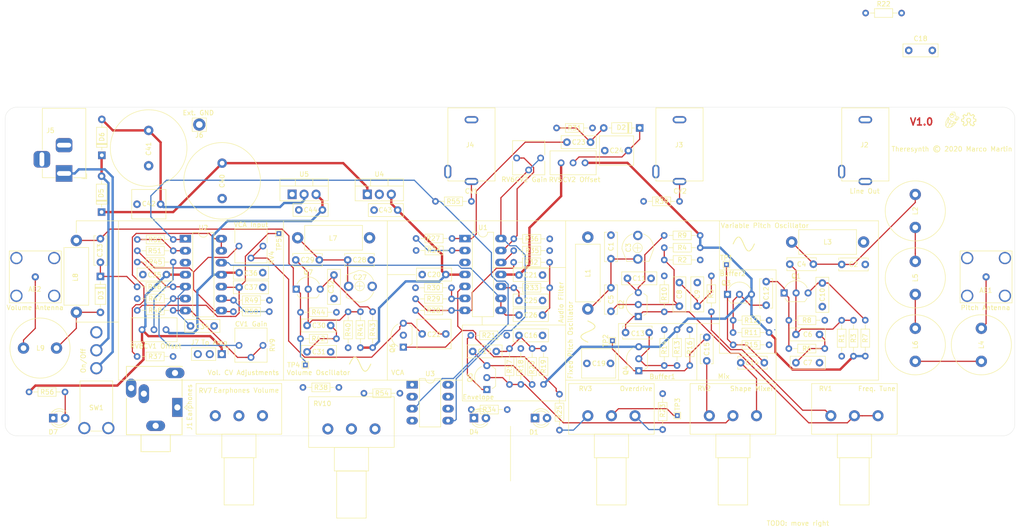
<source format=kicad_pcb>
(kicad_pcb (version 20171130) (host pcbnew 5.1.5-5.1.5)
  (layers (0 F.Cu signal) (31 B.Cu signal) (34 B.Paste user) (35 F.Paste user) (36 B.SilkS user) (37 F.SilkS user) (38 B.Mask user) (39 F.Mask user) (44 Edge.Cuts user))
  (net 0 "")
  (net 1 "Net-(AE1-Pad1)")
  (net 2 "Net-(C1-Pad1)")
  (net 3 GND)
  (net 4 "Net-(C5-Pad1)")
  (net 5 "Net-(C8-Pad2)")
  (net 6 "Net-(C10-Pad2)")
  (net 7 "Net-(C11-Pad2)")
  (net 8 "Net-(C12-Pad2)")
  (net 9 "Net-(C12-Pad1)")
  (net 10 "Net-(C13-Pad2)")
  (net 11 "Net-(C13-Pad1)")
  (net 12 "Net-(C14-Pad1)")
  (net 13 "Net-(C15-Pad2)")
  (net 14 "Net-(C16-Pad1)")
  (net 15 "Net-(C18-Pad1)")
  (net 16 "Net-(L2-Pad1)")
  (net 17 "Net-(L4-Pad2)")
  (net 18 "Net-(L5-Pad1)")
  (net 19 +12V)
  (net 20 "Net-(Q5-Pad1)")
  (net 21 "Net-(Q5-Pad2)")
  (net 22 -12V)
  (net 23 VolumeControlOut)
  (net 24 "Net-(AE2-Pad1)")
  (net 25 "Net-(C2-Pad1)")
  (net 26 "Net-(C4-Pad2)")
  (net 27 "Net-(C6-Pad2)")
  (net 28 "Net-(C14-Pad2)")
  (net 29 "Net-(C15-Pad1)")
  (net 30 "Net-(C17-Pad2)")
  (net 31 "Net-(C22-Pad2)")
  (net 32 "Net-(C26-Pad1)")
  (net 33 "Net-(J3-PadT)")
  (net 34 "Net-(C23-Pad1)")
  (net 35 "Net-(C37-Pad1)")
  (net 36 "Net-(J2-PadT)")
  (net 37 "Net-(R23-Pad1)")
  (net 38 "Net-(C33-Pad1)")
  (net 39 "Net-(D5-Pad2)")
  (net 40 "Net-(J4-PadT)")
  (net 41 "Net-(C24-Pad1)")
  (net 42 "Net-(D1-Pad1)")
  (net 43 "Net-(R34-Pad2)")
  (net 44 "Net-(D7-Pad2)")
  (net 45 "Net-(R52-Pad2)")
  (net 46 "Net-(C19-Pad1)")
  (net 47 "Net-(C22-Pad1)")
  (net 48 "Net-(C23-Pad2)")
  (net 49 "Net-(C25-Pad1)")
  (net 50 "Net-(C26-Pad2)")
  (net 51 "Net-(C27-Pad1)")
  (net 52 "Net-(C29-Pad1)")
  (net 53 "Net-(C30-Pad2)")
  (net 54 "Net-(C32-Pad2)")
  (net 55 "Net-(C33-Pad2)")
  (net 56 "Net-(C34-Pad1)")
  (net 57 "Net-(C40-Pad1)")
  (net 58 "Net-(C41-Pad2)")
  (net 59 "Net-(D3-Pad2)")
  (net 60 "Net-(D4-Pad2)")
  (net 61 "Net-(J1-PadR)")
  (net 62 "Net-(J5-Pad1)")
  (net 63 "Net-(R5-Pad1)")
  (net 64 "Net-(R25-Pad2)")
  (net 65 "Net-(R26-Pad2)")
  (net 66 "Net-(R28-Pad1)")
  (net 67 "Net-(R29-Pad2)")
  (net 68 "Net-(R36-Pad2)")
  (net 69 "Net-(R37-Pad2)")
  (net 70 "Net-(R39-Pad2)")
  (net 71 "Net-(R47-Pad2)")
  (net 72 "Net-(R48-Pad2)")
  (net 73 "Net-(R49-Pad1)")
  (net 74 "Net-(R51-Pad1)")
  (net 75 "Net-(R54-Pad2)")
  (net 76 "Net-(J1-PadTN)")
  (net 77 "Net-(R45-Pad2)")
  (net 78 "Net-(Q6-Pad1)")
  (net 79 "Net-(R37-Pad1)")
  (net 80 "Net-(R38-Pad1)")
  (module TestPoint:TestPoint_THTPad_1.0x1.0mm_Drill0.5mm (layer F.Cu) (at 102.03 86.6 90)
    (fp_text reference TP5 (at -2.31 0.03 90) (layer F.SilkS))
    (fp_text value TestPoint)
    (pad 1 thru_hole rect (at 0 0 90) (size 1 1) (drill 0.5) (layers *.Cu *.Mask) (net 35 "Net-(C37-Pad1)"))
  )
  (module TestPoint:TestPoint_THTPad_1.0x1.0mm_Drill0.5mm (layer F.Cu) (at 107.63 114.48)
    (fp_text reference TP4 (at -2.48 0) (layer F.SilkS))
    (fp_text value TestPoint)
    (pad 1 thru_hole rect (at 0 0) (size 1 1) (drill 0.5) (layers *.Cu *.Mask) (net 38 "Net-(C33-Pad1)"))
  )
  (module TestPoint:TestPoint_THTPad_1.0x1.0mm_Drill0.5mm (layer F.Cu) (at 186.46 125.21 90)
    (fp_text reference TP3 (at 2.38 0.05 90) (layer F.SilkS))
    (fp_text value TestPoint)
    (pad 1 thru_hole rect (at 0 0 90) (size 1 1) (drill 0.5) (layers *.Cu *.Mask) (net 46 "Net-(C19-Pad1)"))
  )
  (module TestPoint:TestPoint_THTPad_1.0x1.0mm_Drill0.5mm (layer F.Cu) (at 172.71 109.34 90)
    (fp_text reference TP2 (at 0 -1.448 90) (layer F.SilkS))
    (fp_text value TestPoint)
    (pad 1 thru_hole rect (at 0 0 90) (size 1 1) (drill 0.5) (layers *.Cu *.Mask) (net 13 "Net-(C15-Pad2)"))
  )
  (module TestPoint:TestPoint_THTPad_1.0x1.0mm_Drill0.5mm (layer F.Cu) (at 196.88 93.2)
    (fp_text reference TP1 (at 0 -1.448) (layer F.SilkS))
    (fp_text value TestPoint)
    (pad 1 thru_hole rect (at 0 0) (size 1 1) (drill 0.5) (layers *.Cu *.Mask) (net 12 "Net-(C14-Pad1)"))
  )
  (module Potentiometer_THT:Potentiometer_Alps_RK163_Single_Horizontal (layer F.Cu) (at 112.4 128.04 270)
    (fp_text reference RV10 (at -5.37 1.17 180) (layer F.SilkS))
    (fp_text value 100k)
    (pad 1 thru_hole circle (at 0 0 270) (size 2.34 2.34) (drill 1.3) (layers *.Cu *.Mask) (net 3 GND))
    (pad 2 thru_hole circle (at 0 -5 270) (size 2.34 2.34) (drill 1.3) (layers *.Cu *.Mask) (net 80 "Net-(R38-Pad1)"))
    (pad 3 thru_hole circle (at 0 -10 270) (size 2.34 2.34) (drill 1.3) (layers *.Cu *.Mask) (net 36 "Net-(J2-PadT)"))
  )
  (module Potentiometer_THT:Potentiometer_Vishay_T73YP_Vertical (layer F.Cu) (at 93.57 110.33 270)
    (fp_text reference RV9 (at -0.06 -7.09 90) (layer F.SilkS))
    (fp_text value 100k)
    (pad 1 thru_hole circle (at 0 0 270) (size 1.44 1.44) (drill 0.8) (layers *.Cu *.Mask) (net 71 "Net-(R47-Pad2)"))
    (pad 2 thru_hole circle (at 2.54 -2.54 270) (size 1.44 1.44) (drill 0.8) (layers *.Cu *.Mask) (net 72 "Net-(R48-Pad2)"))
    (pad 3 thru_hole circle (at 0 -5.08 270) (size 1.44 1.44) (drill 0.8) (layers *.Cu *.Mask) (net 72 "Net-(R48-Pad2)"))
  )
  (module Potentiometer_THT:Potentiometer_Vishay_T73YP_Vertical (layer F.Cu) (at 152.42 70.58 270)
    (fp_text reference RV6 (at 4.56 1.81 180) (layer F.SilkS))
    (fp_text value 10k)
    (pad 1 thru_hole circle (at 0 0 270) (size 1.44 1.44) (drill 0.8) (layers *.Cu *.Mask) (net 68 "Net-(R36-Pad2)"))
    (pad 2 thru_hole circle (at 2.54 -2.54 270) (size 1.44 1.44) (drill 0.8) (layers *.Cu *.Mask) (net 70 "Net-(R39-Pad2)"))
    (pad 3 thru_hole circle (at 0 -5.08 270) (size 1.44 1.44) (drill 0.8) (layers *.Cu *.Mask) (net 70 "Net-(R39-Pad2)"))
  )
  (module Potentiometer_THT:Potentiometer_Vishay_T73YP_Vertical (layer F.Cu) (at 93.57 89.26 270)
    (fp_text reference RV4 (at 2.44 -6.91 90) (layer F.SilkS))
    (fp_text value 10k)
    (pad 1 thru_hole circle (at 0 0 270) (size 1.44 1.44) (drill 0.8) (layers *.Cu *.Mask) (net 23 VolumeControlOut))
    (pad 2 thru_hole circle (at 2.54 -2.54 270) (size 1.44 1.44) (drill 0.8) (layers *.Cu *.Mask) (net 31 "Net-(C22-Pad2)"))
    (pad 3 thru_hole circle (at 0 -5.08 270) (size 1.44 1.44) (drill 0.8) (layers *.Cu *.Mask) (net 31 "Net-(C22-Pad2)"))
  )
  (module Resistor_THT:R_Axial_DIN0204_L3.6mm_D1.6mm_P7.62mm_Horizontal (layer F.Cu) (at 120.05 120.48)
    (fp_text reference R54 (at 3.81 0) (layer F.SilkS))
    (fp_text value 1k)
    (pad 2 thru_hole oval (at 7.62 0) (size 1.4 1.4) (drill 0.7) (layers *.Cu *.Mask) (net 75 "Net-(R54-Pad2)"))
    (pad 1 thru_hole circle (at 0 0) (size 1.4 1.4) (drill 0.7) (layers *.Cu *.Mask) (net 60 "Net-(D4-Pad2)"))
  )
  (module Package_DIP:DIP-8_W7.62mm_LongPads (layer F.Cu) (at 130.26 118.67)
    (fp_text reference U3 (at 3.81 -2.33) (layer F.SilkS))
    (fp_text value TL072)
    (pad 8 thru_hole oval (at 7.62 0) (size 2.4 1.6) (drill 0.8) (layers *.Cu *.Mask) (net 19 +12V))
    (pad 4 thru_hole oval (at 0 7.62) (size 2.4 1.6) (drill 0.8) (layers *.Cu *.Mask) (net 22 -12V))
    (pad 7 thru_hole oval (at 7.62 2.54) (size 2.4 1.6) (drill 0.8) (layers *.Cu *.Mask) (net 43 "Net-(R34-Pad2)"))
    (pad 3 thru_hole oval (at 0 5.08) (size 2.4 1.6) (drill 0.8) (layers *.Cu *.Mask) (net 45 "Net-(R52-Pad2)"))
    (pad 6 thru_hole oval (at 7.62 5.08) (size 2.4 1.6) (drill 0.8) (layers *.Cu *.Mask) (net 43 "Net-(R34-Pad2)"))
    (pad 2 thru_hole oval (at 0 2.54) (size 2.4 1.6) (drill 0.8) (layers *.Cu *.Mask) (net 75 "Net-(R54-Pad2)"))
    (pad 5 thru_hole oval (at 7.62 7.62) (size 2.4 1.6) (drill 0.8) (layers *.Cu *.Mask) (net 70 "Net-(R39-Pad2)"))
    (pad 1 thru_hole rect (at 0 0) (size 2.4 1.6) (drill 0.8) (layers *.Cu *.Mask) (net 75 "Net-(R54-Pad2)"))
  )
  (module Package_DIP:DIP-14_W7.62mm_LongPads (layer F.Cu) (at 141.46 87.66)
    (fp_text reference U1 (at 3.81 -2.33) (layer F.SilkS))
    (fp_text value TL074)
    (pad 14 thru_hole oval (at 7.62 0) (size 2.4 1.6) (drill 0.8) (layers *.Cu *.Mask) (net 70 "Net-(R39-Pad2)"))
    (pad 7 thru_hole oval (at 0 15.24) (size 2.4 1.6) (drill 0.8) (layers *.Cu *.Mask) (net 66 "Net-(R28-Pad1)"))
    (pad 13 thru_hole oval (at 7.62 2.54) (size 2.4 1.6) (drill 0.8) (layers *.Cu *.Mask) (net 68 "Net-(R36-Pad2)"))
    (pad 6 thru_hole oval (at 0 12.7) (size 2.4 1.6) (drill 0.8) (layers *.Cu *.Mask) (net 67 "Net-(R29-Pad2)"))
    (pad 12 thru_hole oval (at 7.62 5.08) (size 2.4 1.6) (drill 0.8) (layers *.Cu *.Mask) (net 41 "Net-(C24-Pad1)"))
    (pad 5 thru_hole oval (at 0 10.16) (size 2.4 1.6) (drill 0.8) (layers *.Cu *.Mask) (net 78 "Net-(Q6-Pad1)"))
    (pad 11 thru_hole oval (at 7.62 7.62) (size 2.4 1.6) (drill 0.8) (layers *.Cu *.Mask) (net 22 -12V))
    (pad 4 thru_hole oval (at 0 7.62) (size 2.4 1.6) (drill 0.8) (layers *.Cu *.Mask) (net 19 +12V))
    (pad 10 thru_hole oval (at 7.62 10.16) (size 2.4 1.6) (drill 0.8) (layers *.Cu *.Mask) (net 49 "Net-(C25-Pad1)"))
    (pad 3 thru_hole oval (at 0 5.08) (size 2.4 1.6) (drill 0.8) (layers *.Cu *.Mask) (net 46 "Net-(C19-Pad1)"))
    (pad 9 thru_hole oval (at 7.62 12.7) (size 2.4 1.6) (drill 0.8) (layers *.Cu *.Mask) (net 32 "Net-(C26-Pad1)"))
    (pad 2 thru_hole oval (at 0 2.54) (size 2.4 1.6) (drill 0.8) (layers *.Cu *.Mask) (net 65 "Net-(R26-Pad2)"))
    (pad 8 thru_hole oval (at 7.62 15.24) (size 2.4 1.6) (drill 0.8) (layers *.Cu *.Mask) (net 32 "Net-(C26-Pad1)"))
    (pad 1 thru_hole rect (at 0 0) (size 2.4 1.6) (drill 0.8) (layers *.Cu *.Mask) (net 48 "Net-(C23-Pad2)"))
  )
  (module Resistor_THT:R_Axial_DIN0204_L3.6mm_D1.6mm_P7.62mm_Horizontal (layer F.Cu) (at 72.01 92.65)
    (fp_text reference R45 (at 3.86 -0.02) (layer F.SilkS))
    (fp_text value 220k)
    (pad 2 thru_hole oval (at 7.62 0) (size 1.4 1.4) (drill 0.7) (layers *.Cu *.Mask) (net 77 "Net-(R45-Pad2)"))
    (pad 1 thru_hole circle (at 0 0) (size 1.4 1.4) (drill 0.7) (layers *.Cu *.Mask) (net 56 "Net-(C34-Pad1)"))
  )
  (module Connector_PinHeader_2.54mm:PinHeader_1x03_P2.54mm_Vertical (layer F.Cu) (at 89.92 112.18 270)
    (fp_text reference J7 (at -2.49 5.71 180) (layer F.SilkS))
    (fp_text value To_Amp)
    (pad 3 thru_hole oval (at 0 5.08 270) (size 1.7 1.7) (drill 1) (layers *.Cu *.Mask) (net 76 "Net-(J1-PadTN)"))
    (pad 2 thru_hole oval (at 0 2.54 270) (size 1.7 1.7) (drill 1) (layers *.Cu *.Mask) (net 3 GND))
    (pad 1 thru_hole rect (at 0 0 270) (size 1.7 1.7) (drill 1) (layers *.Cu *.Mask) (net 19 +12V))
  )
  (module Capacitor_THT:C_Rect_L7.0mm_W6.0mm_P5.00mm (layer F.Cu) (at 172.3 114.14 180)
    (fp_text reference C19 (at 2.47 -0.02) (layer F.SilkS))
    (fp_text value 1u)
    (pad 2 thru_hole circle (at 5 0 180) (size 1.6 1.6) (drill 0.8) (layers *.Cu *.Mask) (net 15 "Net-(C18-Pad1)"))
    (pad 1 thru_hole circle (at 0 0 180) (size 1.6 1.6) (drill 0.8) (layers *.Cu *.Mask) (net 46 "Net-(C19-Pad1)"))
  )
  (module Eurorack:Horizontal_SPDT (layer F.Cu) (at 63.34 127.87)
    (fp_text reference SW1 (at 0 -4.32) (layer F.SilkS))
    (fp_text value SW_SPST)
    (pad 3 thru_hole circle (at 0 -20.32) (size 2.6 2.6) (drill 1.85) (layers *.Cu *.Mask))
    (pad 2 thru_hole circle (at 0 -16.51) (size 2.6 2.6) (drill 1.85) (layers *.Cu *.Mask) (net 39 "Net-(D5-Pad2)"))
    (pad 1 thru_hole circle (at 0 -12.7) (size 2.6 2.6) (drill 1.85) (layers *.Cu *.Mask) (net 62 "Net-(J5-Pad1)"))
    (pad "" thru_hole circle (at 2.54 0) (size 2.6 2.6) (drill 1.85) (layers *.Cu *.Mask))
    (pad "" thru_hole circle (at -2.54 0) (size 2.6 2.6) (drill 1.85) (layers *.Cu *.Mask))
  )
  (module Resistor_THT:R_Axial_DIN0204_L3.6mm_D1.6mm_P7.62mm_Horizontal (layer F.Cu) (at 72.02 87.86)
    (fp_text reference R52 (at 3.784999 0.044999) (layer F.SilkS))
    (fp_text value 10k)
    (pad 2 thru_hole oval (at 7.62 0) (size 1.4 1.4) (drill 0.7) (layers *.Cu *.Mask) (net 45 "Net-(R52-Pad2)"))
    (pad 1 thru_hole circle (at 0 0) (size 1.4 1.4) (drill 0.7) (layers *.Cu *.Mask) (net 74 "Net-(R51-Pad1)"))
  )
  (module Resistor_THT:R_Axial_DIN0204_L3.6mm_D1.6mm_P7.62mm_Horizontal (layer F.Cu) (at 79.64 90.244999 180)
    (fp_text reference R51 (at 3.904999 -0.025001) (layer F.SilkS))
    (fp_text value 10k)
    (pad 2 thru_hole oval (at 7.62 0 180) (size 1.4 1.4) (drill 0.7) (layers *.Cu *.Mask) (net 23 VolumeControlOut))
    (pad 1 thru_hole circle (at 0 0 180) (size 1.4 1.4) (drill 0.7) (layers *.Cu *.Mask) (net 74 "Net-(R51-Pad1)"))
  )
  (module Resistor_THT:R_Axial_DIN0204_L3.6mm_D1.6mm_P7.62mm_Horizontal (layer F.Cu) (at 226.375001 39.825001)
    (fp_text reference R22 (at 3.81 -1.92) (layer F.SilkS))
    (fp_text value 2.2k)
    (pad 2 thru_hole oval (at 7.62 0) (size 1.4 1.4) (drill 0.7) (layers *.Cu *.Mask) (net 15 "Net-(C18-Pad1)"))
    (pad 1 thru_hole circle (at 0 0) (size 1.4 1.4) (drill 0.7) (layers *.Cu *.Mask) (net 30 "Net-(C17-Pad2)"))
  )
  (module Resistor_THT:R_Axial_DIN0204_L3.6mm_D1.6mm_P7.62mm_Horizontal (layer F.Cu) (at 193.68 103.2 90)
    (fp_text reference R5 (at 3.82 -0.07 90) (layer F.SilkS))
    (fp_text value 220)
    (pad 2 thru_hole oval (at 7.62 0 90) (size 1.4 1.4) (drill 0.7) (layers *.Cu *.Mask) (net 5 "Net-(C8-Pad2)"))
    (pad 1 thru_hole circle (at 0 0 90) (size 1.4 1.4) (drill 0.7) (layers *.Cu *.Mask) (net 63 "Net-(R5-Pad1)"))
  )
  (module Capacitor_THT:C_Rect_L7.2mm_W2.5mm_P5.00mm_FKS2_FKP2_MKS2_MKP2 (layer F.Cu) (at 235.51 47.75)
    (fp_text reference C18 (at 2.5 -2.5) (layer F.SilkS))
    (fp_text value 10n)
    (pad 2 thru_hole circle (at 5 0) (size 1.6 1.6) (drill 0.8) (layers *.Cu *.Mask) (net 3 GND))
    (pad 1 thru_hole circle (at 0 0) (size 1.6 1.6) (drill 0.8) (layers *.Cu *.Mask) (net 15 "Net-(C18-Pad1)"))
  )
  (module Capacitor_THT:C_Disc_D6.0mm_W2.5mm_P5.00mm (layer F.Cu) (at 172.4 91.94 90)
    (fp_text reference C1 (at 2.58 0.01 90) (layer F.SilkS))
    (fp_text value 22p)
    (pad 2 thru_hole circle (at 5 0 90) (size 1.6 1.6) (drill 0.8) (layers *.Cu *.Mask) (net 3 GND))
    (pad 1 thru_hole circle (at 0 0 90) (size 1.6 1.6) (drill 0.8) (layers *.Cu *.Mask) (net 2 "Net-(C1-Pad1)"))
  )
  (module Potentiometer_THT:Potentiometer_Alps_RK163_Single_Horizontal (layer F.Cu) (at 88.55 125.25 270)
    (fp_text reference RV7 (at -5.31 2.12 180) (layer F.SilkS))
    (fp_text value 100k)
    (pad 1 thru_hole circle (at 0 0 270) (size 2.34 2.34) (drill 1.3) (layers *.Cu *.Mask) (net 3 GND))
    (pad 2 thru_hole circle (at 0 -5 270) (size 2.34 2.34) (drill 1.3) (layers *.Cu *.Mask) (net 79 "Net-(R37-Pad1)"))
    (pad 3 thru_hole circle (at 0 -10 270) (size 2.34 2.34) (drill 1.3) (layers *.Cu *.Mask) (net 61 "Net-(J1-PadR)"))
  )
  (module Connector_Audio:Jack_3.5mm_Ledino_KB3SPRS_Horizontal (layer F.Cu) (at 80.51 123.48 90)
    (fp_text reference J1 (at -3.97 2.59 90) (layer F.SilkS))
    (fp_text value AudioJack3_Switch)
    (pad S thru_hole oval (at -3.9 -4.6 90) (size 2.2 4) (drill 1.3) (layers *.Cu *.Mask) (net 3 GND))
    (pad R thru_hole oval (at 4.1 -9.8 90) (size 4 2.2) (drill 1.3) (layers *.Cu *.Mask) (net 61 "Net-(J1-PadR)"))
    (pad RN thru_hole oval (at 2.9 -7.1 90) (size 4 2.2) (drill 1.3) (layers *.Cu *.Mask))
    (pad TN thru_hole oval (at 7.3 -0.5 180) (size 4 2.2) (drill 1.3) (layers *.Cu *.Mask) (net 76 "Net-(J1-PadTN)"))
    (pad T thru_hole rect (at 0 0 90) (size 4 2.2) (drill 1.3) (layers *.Cu *.Mask) (net 61 "Net-(J1-PadR)"))
  )
  (module Package_DIP:DIP-14_W7.62mm_LongPads (layer F.Cu) (at 82.21 87.7)
    (fp_text reference U2 (at 3.81 -2.33) (layer F.SilkS))
    (fp_text value TL074)
    (pad 14 thru_hole oval (at 7.62 0) (size 2.4 1.6) (drill 0.8) (layers *.Cu *.Mask) (net 69 "Net-(R37-Pad2)"))
    (pad 7 thru_hole oval (at 0 15.24) (size 2.4 1.6) (drill 0.8) (layers *.Cu *.Mask) (net 72 "Net-(R48-Pad2)"))
    (pad 13 thru_hole oval (at 7.62 2.54) (size 2.4 1.6) (drill 0.8) (layers *.Cu *.Mask) (net 69 "Net-(R37-Pad2)"))
    (pad 6 thru_hole oval (at 0 12.7) (size 2.4 1.6) (drill 0.8) (layers *.Cu *.Mask) (net 71 "Net-(R47-Pad2)"))
    (pad 12 thru_hole oval (at 7.62 5.08) (size 2.4 1.6) (drill 0.8) (layers *.Cu *.Mask) (net 32 "Net-(C26-Pad1)"))
    (pad 5 thru_hole oval (at 0 10.16) (size 2.4 1.6) (drill 0.8) (layers *.Cu *.Mask) (net 56 "Net-(C34-Pad1)"))
    (pad 11 thru_hole oval (at 7.62 7.62) (size 2.4 1.6) (drill 0.8) (layers *.Cu *.Mask) (net 22 -12V))
    (pad 4 thru_hole oval (at 0 7.62) (size 2.4 1.6) (drill 0.8) (layers *.Cu *.Mask) (net 19 +12V))
    (pad 10 thru_hole oval (at 7.62 10.16) (size 2.4 1.6) (drill 0.8) (layers *.Cu *.Mask) (net 35 "Net-(C37-Pad1)"))
    (pad 3 thru_hole oval (at 0 5.08) (size 2.4 1.6) (drill 0.8) (layers *.Cu *.Mask) (net 3 GND))
    (pad 9 thru_hole oval (at 7.62 12.7) (size 2.4 1.6) (drill 0.8) (layers *.Cu *.Mask) (net 73 "Net-(R49-Pad1)"))
    (pad 2 thru_hole oval (at 0 2.54) (size 2.4 1.6) (drill 0.8) (layers *.Cu *.Mask) (net 74 "Net-(R51-Pad1)"))
    (pad 8 thru_hole oval (at 7.62 15.24) (size 2.4 1.6) (drill 0.8) (layers *.Cu *.Mask) (net 23 VolumeControlOut))
    (pad 1 thru_hole rect (at 0 0) (size 2.4 1.6) (drill 0.8) (layers *.Cu *.Mask) (net 45 "Net-(R52-Pad2)"))
  )
  (module Resistor_THT:R_Axial_DIN0204_L3.6mm_D1.6mm_P7.62mm_Horizontal (layer F.Cu) (at 79.6 112.68 180)
    (fp_text reference R37 (at 3.8 0.01) (layer F.SilkS))
    (fp_text value 1k)
    (pad 2 thru_hole oval (at 7.62 0 180) (size 1.4 1.4) (drill 0.7) (layers *.Cu *.Mask) (net 69 "Net-(R37-Pad2)"))
    (pad 1 thru_hole circle (at 0 0 180) (size 1.4 1.4) (drill 0.7) (layers *.Cu *.Mask) (net 79 "Net-(R37-Pad1)"))
  )
  (module Package_TO_SOT_THT:TO-220-3_Vertical (layer F.Cu) (at 104.83 78.28)
    (fp_text reference U5 (at 2.54 -4.27) (layer F.SilkS))
    (fp_text value LM7912_TO220)
    (pad 3 thru_hole oval (at 5.08 0) (size 1.905 2) (drill 1.1) (layers *.Cu *.Mask) (net 22 -12V))
    (pad 2 thru_hole oval (at 2.54 0) (size 1.905 2) (drill 1.1) (layers *.Cu *.Mask) (net 58 "Net-(C41-Pad2)"))
    (pad 1 thru_hole rect (at 0 0) (size 1.905 2) (drill 1.1) (layers *.Cu *.Mask) (net 3 GND))
  )
  (module Package_TO_SOT_THT:TO-220-3_Vertical (layer F.Cu) (at 120.77 78.28)
    (fp_text reference U4 (at 2.54 -4.27) (layer F.SilkS))
    (fp_text value LM7812_TO220)
    (pad 3 thru_hole oval (at 5.08 0) (size 1.905 2) (drill 1.1) (layers *.Cu *.Mask) (net 19 +12V))
    (pad 2 thru_hole oval (at 2.54 0) (size 1.905 2) (drill 1.1) (layers *.Cu *.Mask) (net 3 GND))
    (pad 1 thru_hole rect (at 0 0) (size 1.905 2) (drill 1.1) (layers *.Cu *.Mask) (net 57 "Net-(C40-Pad1)"))
  )
  (module Connector_Pin:Pin_D1.4mm_L8.5mm_W2.8mm_FlatFork (layer F.Cu) (at 85.16 63.49)
    (fp_text reference J6 (at 0 2.25) (layer F.SilkS))
    (fp_text value "Ext. GND")
    (pad 1 thru_hole circle (at 0 0) (size 2.6 2.6) (drill 1.4) (layers *.Cu *.Mask) (net 3 GND))
  )
  (module Eurorack:Variable_Capacitor_W6.5mm_P5.00mm (layer F.Cu) (at 178.1 92 90)
    (fp_text reference C3 (at 2.4 -2 90) (layer F.SilkS))
    (fp_text value 20p)
    (pad 2 thru_hole circle (at 5 0 90) (size 2 2) (drill 1.2) (layers *.Cu *.Mask) (net 3 GND))
    (pad 1 thru_hole circle (at 0 0 90) (size 2 2) (drill 1.2) (layers *.Cu *.Mask) (net 2 "Net-(C1-Pad1)"))
  )
  (module Eurorack:Variable_Capacitor_W6.5mm_P5.00mm (layer F.Cu) (at 116.8 97.8)
    (fp_text reference C27 (at 2.4 -1.9) (layer F.SilkS))
    (fp_text value 60p)
    (pad 2 thru_hole circle (at 5 0) (size 2 2) (drill 1.2) (layers *.Cu *.Mask) (net 3 GND))
    (pad 1 thru_hole circle (at 0 0) (size 2 2) (drill 1.2) (layers *.Cu *.Mask) (net 51 "Net-(C27-Pad1)"))
  )
  (module MountingHole:MountingHole_3mm (layer F.Cu) (at 48 63.8)
    (fp_text reference "" (at 0 -4) (layer F.SilkS))
    (fp_text value "")
    (pad 1 np_thru_hole circle (at 0 0) (size 3 3) (drill 3) (layers *.Cu *.Mask))
  )
  (module Resistor_THT:R_Axial_DIN0204_L3.6mm_D1.6mm_P7.62mm_Horizontal (layer F.Cu) (at 56.7 120.2 180)
    (fp_text reference R56 (at 3.775001 -0.024999) (layer F.SilkS))
    (fp_text value 1k)
    (pad 2 thru_hole oval (at 7.62 0 180) (size 1.4 1.4) (drill 0.7) (layers *.Cu *.Mask) (net 19 +12V))
    (pad 1 thru_hole circle (at 0 0 180) (size 1.4 1.4) (drill 0.7) (layers *.Cu *.Mask) (net 44 "Net-(D7-Pad2)"))
  )
  (module LED_THT:LED_D3.0mm (layer F.Cu) (at 54.2 125.75)
    (fp_text reference D7 (at 0 2.95) (layer F.SilkS))
    (fp_text value LED)
    (pad 2 thru_hole circle (at 2.54 0) (size 1.8 1.8) (drill 0.9) (layers *.Cu *.Mask) (net 44 "Net-(D7-Pad2)"))
    (pad 1 thru_hole rect (at 0 0) (size 1.8 1.8) (drill 0.9) (layers *.Cu *.Mask) (net 3 GND))
  )
  (module MountingHole:MountingHole_3mm (layer F.Cu) (at 254 63.8)
    (fp_text reference "" (at 0 -4) (layer F.SilkS))
    (fp_text value "")
    (pad 1 np_thru_hole circle (at 0 0) (size 3 3) (drill 3) (layers *.Cu *.Mask))
  )
  (module MountingHole:MountingHole_3mm (layer F.Cu) (at 254 125.5)
    (fp_text reference "" (at 0 -4) (layer F.SilkS))
    (fp_text value "")
    (pad 1 np_thru_hole circle (at 0 0) (size 3 3) (drill 3) (layers *.Cu *.Mask))
  )
  (module MountingHole:MountingHole_3mm (layer F.Cu) (at 48 125.5)
    (fp_text reference "" (at 0 -4) (layer F.SilkS))
    (fp_text value "")
    (pad 1 np_thru_hole circle (at 0 0) (size 3 3) (drill 3) (layers *.Cu *.Mask))
  )
  (module Resistor_THT:R_Axial_DIN0204_L3.6mm_D1.6mm_P7.62mm_Horizontal (layer F.Cu) (at 138.72 87.64 180)
    (fp_text reference R27 (at 4 0) (layer F.SilkS))
    (fp_text value 100k)
    (pad 2 thru_hole oval (at 7.62 0 180) (size 1.4 1.4) (drill 0.7) (layers *.Cu *.Mask) (net 65 "Net-(R26-Pad2)"))
    (pad 1 thru_hole circle (at 0 0 180) (size 1.4 1.4) (drill 0.7) (layers *.Cu *.Mask) (net 48 "Net-(C23-Pad2)"))
  )
  (module Resistor_THT:R_Axial_DIN0204_L3.6mm_D1.6mm_P7.62mm_Horizontal (layer F.Cu) (at 159.43 87.72 180)
    (fp_text reference R36 (at 3.81 0) (layer F.SilkS))
    (fp_text value 1k)
    (pad 2 thru_hole oval (at 7.62 0 180) (size 1.4 1.4) (drill 0.7) (layers *.Cu *.Mask) (net 68 "Net-(R36-Pad2)"))
    (pad 1 thru_hole circle (at 0 0 180) (size 1.4 1.4) (drill 0.7) (layers *.Cu *.Mask) (net 3 GND))
  )
  (module Potentiometer_THT:Potentiometer_Bourns_3296W_Vertical (layer F.Cu) (at 161.84 71.6 180)
    (fp_text reference RV5 (at 1.18 -3.57) (layer F.SilkS))
    (fp_text value 100k)
    (pad 3 thru_hole circle (at -5.08 0 180) (size 1.44 1.44) (drill 0.8) (layers *.Cu *.Mask) (net 19 +12V))
    (pad 2 thru_hole circle (at -2.54 0 180) (size 1.44 1.44) (drill 0.8) (layers *.Cu *.Mask) (net 41 "Net-(C24-Pad1)"))
    (pad 1 thru_hole circle (at 0 0 180) (size 1.44 1.44) (drill 0.8) (layers *.Cu *.Mask) (net 22 -12V))
  )
  (module Resistor_THT:R_Axial_DIN0204_L3.6mm_D1.6mm_P7.62mm_Horizontal (layer F.Cu) (at 150.42 123.94 180)
    (fp_text reference R34 (at 3.81 0) (layer F.SilkS))
    (fp_text value 1k)
    (pad 2 thru_hole oval (at 7.62 0 180) (size 1.4 1.4) (drill 0.7) (layers *.Cu *.Mask) (net 43 "Net-(R34-Pad2)"))
    (pad 1 thru_hole circle (at 0 0 180) (size 1.4 1.4) (drill 0.7) (layers *.Cu *.Mask) (net 42 "Net-(D1-Pad1)"))
  )
  (module LED_THT:LED_D3.0mm (layer F.Cu) (at 156.31 125.74)
    (fp_text reference D1 (at -0.25 3) (layer F.SilkS))
    (fp_text value LED)
    (pad 2 thru_hole circle (at 2.54 0) (size 1.8 1.8) (drill 0.9) (layers *.Cu *.Mask) (net 3 GND))
    (pad 1 thru_hole rect (at 0 0) (size 1.8 1.8) (drill 0.9) (layers *.Cu *.Mask) (net 42 "Net-(D1-Pad1)"))
  )
  (module Potentiometer_THT:Potentiometer_Bourns_3296W_Vertical (layer F.Cu) (at 78.1 107)
    (fp_text reference RV8 (at -6.2 3.5) (layer F.SilkS))
    (fp_text value 100k)
    (pad 3 thru_hole circle (at -5.08 0) (size 1.44 1.44) (drill 0.8) (layers *.Cu *.Mask) (net 19 +12V))
    (pad 2 thru_hole circle (at -2.54 0) (size 1.44 1.44) (drill 0.8) (layers *.Cu *.Mask) (net 77 "Net-(R45-Pad2)"))
    (pad 1 thru_hole circle (at 0 0) (size 1.44 1.44) (drill 0.8) (layers *.Cu *.Mask) (net 22 -12V))
  )
  (module Capacitor_THT:C_Rect_L7.2mm_W2.5mm_P5.00mm_FKS2_FKP2_MKS2_MKP2 (layer F.Cu) (at 93.6 94.9)
    (fp_text reference C36 (at 2.474999 0.124999) (layer F.SilkS))
    (fp_text value 100n)
    (pad 2 thru_hole circle (at 5 0) (size 1.6 1.6) (drill 0.8) (layers *.Cu *.Mask) (net 3 GND))
    (pad 1 thru_hole circle (at 0 0) (size 1.6 1.6) (drill 0.8) (layers *.Cu *.Mask) (net 22 -12V))
  )
  (module Capacitor_THT:C_Rect_L7.2mm_W2.5mm_P5.00mm_FKS2_FKP2_MKS2_MKP2 (layer F.Cu) (at 78.2 95.3 180)
    (fp_text reference C35 (at 2.525001 -0.074999) (layer F.SilkS))
    (fp_text value 100n)
    (pad 2 thru_hole circle (at 5 0 180) (size 1.6 1.6) (drill 0.8) (layers *.Cu *.Mask) (net 3 GND))
    (pad 1 thru_hole circle (at 0 0 180) (size 1.6 1.6) (drill 0.8) (layers *.Cu *.Mask) (net 19 +12V))
  )
  (module Capacitor_THT:C_Rect_L7.2mm_W2.5mm_P5.00mm_FKS2_FKP2_MKS2_MKP2 (layer F.Cu) (at 152.9 95.4)
    (fp_text reference C21 (at 2.5 0) (layer F.SilkS))
    (fp_text value 100n)
    (pad 2 thru_hole circle (at 5 0) (size 1.6 1.6) (drill 0.8) (layers *.Cu *.Mask) (net 3 GND))
    (pad 1 thru_hole circle (at 0 0) (size 1.6 1.6) (drill 0.8) (layers *.Cu *.Mask) (net 22 -12V))
  )
  (module Capacitor_THT:C_Rect_L7.2mm_W2.5mm_P5.00mm_FKS2_FKP2_MKS2_MKP2 (layer F.Cu) (at 137.4 95.3 180)
    (fp_text reference C20 (at 2.5 0) (layer F.SilkS))
    (fp_text value 100n)
    (pad 2 thru_hole circle (at 5 0 180) (size 1.6 1.6) (drill 0.8) (layers *.Cu *.Mask) (net 3 GND))
    (pad 1 thru_hole circle (at 0 0 180) (size 1.6 1.6) (drill 0.8) (layers *.Cu *.Mask) (net 19 +12V))
  )
  (module Capacitor_THT:C_Rect_L7.2mm_W2.5mm_P5.00mm_FKS2_FKP2_MKS2_MKP2 (layer F.Cu) (at 180.9 96.1 180)
    (fp_text reference C11 (at 2.5 0) (layer F.SilkS))
    (fp_text value 100n)
    (pad 2 thru_hole circle (at 5 0 180) (size 1.6 1.6) (drill 0.8) (layers *.Cu *.Mask) (net 7 "Net-(C11-Pad2)"))
    (pad 1 thru_hole circle (at 0 0 180) (size 1.6 1.6) (drill 0.8) (layers *.Cu *.Mask) (net 3 GND))
  )
  (module Capacitor_THT:C_Rect_L7.2mm_W2.5mm_P5.00mm_FKS2_FKP2_MKS2_MKP2 (layer F.Cu) (at 217.2 102.1 90)
    (fp_text reference C10 (at 2.5 0 90) (layer F.SilkS))
    (fp_text value 100n)
    (pad 2 thru_hole circle (at 5 0 90) (size 1.6 1.6) (drill 0.8) (layers *.Cu *.Mask) (net 6 "Net-(C10-Pad2)"))
    (pad 1 thru_hole circle (at 0 0 90) (size 1.6 1.6) (drill 0.8) (layers *.Cu *.Mask) (net 3 GND))
  )
  (module Diode_THT:D_DO-35_SOD27_P7.62mm_Horizontal (layer F.Cu) (at 64.2 95.7 270)
    (fp_text reference D3 (at 4 -0.1 90) (layer F.SilkS))
    (fp_text value 1N4148)
    (pad 2 thru_hole oval (at 7.62 0 270) (size 1.6 1.6) (drill 0.8) (layers *.Cu *.Mask) (net 59 "Net-(D3-Pad2)"))
    (pad 1 thru_hole rect (at 0 0 270) (size 1.6 1.6) (drill 0.8) (layers *.Cu *.Mask) (net 55 "Net-(C33-Pad2)"))
  )
  (module Diode_THT:D_DO-35_SOD27_P7.62mm_Horizontal (layer F.Cu) (at 64.5 70 90)
    (fp_text reference D6 (at 3.9 0 90) (layer F.SilkS))
    (fp_text value 1N4001)
    (pad 2 thru_hole oval (at 7.62 0 90) (size 1.6 1.6) (drill 0.8) (layers *.Cu *.Mask) (net 58 "Net-(C41-Pad2)"))
    (pad 1 thru_hole rect (at 0 0 90) (size 1.6 1.6) (drill 0.8) (layers *.Cu *.Mask) (net 39 "Net-(D5-Pad2)"))
  )
  (module Diode_THT:D_DO-35_SOD27_P7.62mm_Horizontal (layer F.Cu) (at 64.45 82.05 90)
    (fp_text reference D5 (at 4 -0.1 90) (layer F.SilkS))
    (fp_text value 1N4001)
    (pad 2 thru_hole oval (at 7.62 0 90) (size 1.6 1.6) (drill 0.8) (layers *.Cu *.Mask) (net 39 "Net-(D5-Pad2)"))
    (pad 1 thru_hole rect (at 0 0 90) (size 1.6 1.6) (drill 0.8) (layers *.Cu *.Mask) (net 57 "Net-(C40-Pad1)"))
  )
  (module Resistor_THT:R_Axial_DIN0204_L3.6mm_D1.6mm_P7.62mm_Horizontal (layer F.Cu) (at 92.4 100.75)
    (fp_text reference R49 (at 3.81 0) (layer F.SilkS))
    (fp_text value 10k)
    (pad 2 thru_hole oval (at 7.62 0) (size 1.4 1.4) (drill 0.7) (layers *.Cu *.Mask) (net 3 GND))
    (pad 1 thru_hole circle (at 0 0) (size 1.4 1.4) (drill 0.7) (layers *.Cu *.Mask) (net 73 "Net-(R49-Pad1)"))
  )
  (module Resistor_THT:R_Axial_DIN0204_L3.6mm_D1.6mm_P7.62mm_Horizontal (layer F.Cu) (at 114.74 119.24 180)
    (fp_text reference R38 (at 3.8 0) (layer F.SilkS))
    (fp_text value 1k)
    (pad 2 thru_hole oval (at 7.62 0 180) (size 1.4 1.4) (drill 0.7) (layers *.Cu *.Mask) (net 32 "Net-(C26-Pad1)"))
    (pad 1 thru_hole circle (at 0 0 180) (size 1.4 1.4) (drill 0.7) (layers *.Cu *.Mask) (net 80 "Net-(R38-Pad1)"))
  )
  (module Resistor_THT:R_Axial_DIN0204_L3.6mm_D1.6mm_P7.62mm_Horizontal (layer F.Cu) (at 186.94 79.77 180)
    (fp_text reference R39 (at 3.8 0) (layer F.SilkS))
    (fp_text value 1k)
    (pad 2 thru_hole oval (at 7.62 0 180) (size 1.4 1.4) (drill 0.7) (layers *.Cu *.Mask) (net 70 "Net-(R39-Pad2)"))
    (pad 1 thru_hole circle (at 0 0 180) (size 1.4 1.4) (drill 0.7) (layers *.Cu *.Mask) (net 33 "Net-(J3-PadT)"))
  )
  (module Resistor_THT:R_Axial_DIN0204_L3.6mm_D1.6mm_P7.62mm_Horizontal (layer F.Cu) (at 151.79 90.22)
    (fp_text reference R35 (at 3.92 0) (layer F.SilkS))
    (fp_text value 1M)
    (pad 2 thru_hole oval (at 7.62 0) (size 1.4 1.4) (drill 0.7) (layers *.Cu *.Mask) (net 3 GND))
    (pad 1 thru_hole circle (at 0 0) (size 1.4 1.4) (drill 0.7) (layers *.Cu *.Mask) (net 41 "Net-(C24-Pad1)"))
  )
  (module Resistor_THT:R_Axial_DIN0204_L3.6mm_D1.6mm_P7.62mm_Horizontal (layer F.Cu) (at 151.8 98.1)
    (fp_text reference R33 (at 3.81 0) (layer F.SilkS))
    (fp_text value 1k)
    (pad 2 thru_hole oval (at 7.62 0) (size 1.4 1.4) (drill 0.7) (layers *.Cu *.Mask) (net 50 "Net-(C26-Pad2)"))
    (pad 1 thru_hole circle (at 0 0) (size 1.4 1.4) (drill 0.7) (layers *.Cu *.Mask) (net 49 "Net-(C25-Pad1)"))
  )
  (module Resistor_THT:R_Axial_DIN0204_L3.6mm_D1.6mm_P7.62mm_Horizontal (layer F.Cu) (at 168.49 64.2 180)
    (fp_text reference R31 (at 3.81 0) (layer F.SilkS))
    (fp_text value 100k)
    (pad 2 thru_hole oval (at 7.62 0 180) (size 1.4 1.4) (drill 0.7) (layers *.Cu *.Mask) (net 34 "Net-(C23-Pad1)"))
    (pad 1 thru_hole circle (at 0 0 180) (size 1.4 1.4) (drill 0.7) (layers *.Cu *.Mask) (net 3 GND))
  )
  (module Resistor_THT:R_Axial_DIN0204_L3.6mm_D1.6mm_P7.62mm_Horizontal (layer F.Cu) (at 159.4 92.7 180)
    (fp_text reference R32 (at 3.9 0) (layer F.SilkS))
    (fp_text value 1k)
    (pad 2 thru_hole oval (at 7.62 0 180) (size 1.4 1.4) (drill 0.7) (layers *.Cu *.Mask) (net 66 "Net-(R28-Pad1)"))
    (pad 1 thru_hole circle (at 0 0 180) (size 1.4 1.4) (drill 0.7) (layers *.Cu *.Mask) (net 50 "Net-(C26-Pad2)"))
  )
  (module Eurorack:PJ302M (layer F.Cu) (at 226.31 67.7 270)
    (fp_text reference J2 (at 0.1 0.2 180) (layer F.SilkS))
    (fp_text value AudioJack2)
    (pad TN thru_hole oval (at 5.75 5.0165 270) (size 2.9 1.5) (drill oval 2.22 0.8) (layers *.Cu *.Mask))
    (pad T thru_hole oval (at 7.85 0 270) (size 1.5 2.9) (drill oval 0.8 2.22) (layers *.Cu *.Mask) (net 36 "Net-(J2-PadT)"))
    (pad S thru_hole oval (at -5.25 0 270) (size 1.5 2.9) (drill oval 0.8 2.22) (layers *.Cu *.Mask) (net 3 GND))
  )
  (module Eurorack:PJ302M (layer F.Cu) (at 186.93 67.7 270)
    (fp_text reference J3 (at 0.1 0.1 180) (layer F.SilkS))
    (fp_text value AudioJack2)
    (pad TN thru_hole oval (at 5.75 5.0165 270) (size 2.9 1.5) (drill oval 2.22 0.8) (layers *.Cu *.Mask))
    (pad T thru_hole oval (at 7.85 0 270) (size 1.5 2.9) (drill oval 0.8 2.22) (layers *.Cu *.Mask) (net 33 "Net-(J3-PadT)"))
    (pad S thru_hole oval (at -5.25 0 270) (size 1.5 2.9) (drill oval 0.8 2.22) (layers *.Cu *.Mask) (net 3 GND))
  )
  (module Diode_THT:D_DO-35_SOD27_P7.62mm_Horizontal (layer F.Cu) (at 178.49 64.2 180)
    (fp_text reference D2 (at 3.9 0.1) (layer F.SilkS))
    (fp_text value 1N4148)
    (pad 2 thru_hole oval (at 7.62 0 180) (size 1.6 1.6) (drill 0.8) (layers *.Cu *.Mask) (net 34 "Net-(C23-Pad1)"))
    (pad 1 thru_hole rect (at 0 0 180) (size 1.6 1.6) (drill 0.8) (layers *.Cu *.Mask) (net 41 "Net-(C24-Pad1)"))
  )
  (module Capacitor_THT:C_Rect_L7.2mm_W2.5mm_P5.00mm_FKS2_FKP2_MKS2_MKP2 (layer F.Cu) (at 152.9 103.9)
    (fp_text reference C26 (at 2.5 0) (layer F.SilkS))
    (fp_text value 10n)
    (pad 2 thru_hole circle (at 5 0) (size 1.6 1.6) (drill 0.8) (layers *.Cu *.Mask) (net 50 "Net-(C26-Pad2)"))
    (pad 1 thru_hole circle (at 0 0) (size 1.6 1.6) (drill 0.8) (layers *.Cu *.Mask) (net 32 "Net-(C26-Pad1)"))
  )
  (module Capacitor_THT:C_Rect_L7.0mm_W6.0mm_P5.00mm (layer F.Cu) (at 176.09 69 180)
    (fp_text reference C24 (at 2.5 0) (layer F.SilkS))
    (fp_text value 1u)
    (pad 2 thru_hole circle (at 5 0 180) (size 1.6 1.6) (drill 0.8) (layers *.Cu *.Mask) (net 3 GND))
    (pad 1 thru_hole circle (at 0 0 180) (size 1.6 1.6) (drill 0.8) (layers *.Cu *.Mask) (net 41 "Net-(C24-Pad1)"))
  )
  (module Capacitor_THT:C_Rect_L7.2mm_W2.5mm_P5.00mm_FKS2_FKP2_MKS2_MKP2 (layer F.Cu) (at 152.9 100.8)
    (fp_text reference C25 (at 2.5 0) (layer F.SilkS))
    (fp_text value 10n)
    (pad 2 thru_hole circle (at 5 0) (size 1.6 1.6) (drill 0.8) (layers *.Cu *.Mask) (net 3 GND))
    (pad 1 thru_hole circle (at 0 0) (size 1.6 1.6) (drill 0.8) (layers *.Cu *.Mask) (net 49 "Net-(C25-Pad1)"))
  )
  (module Capacitor_THT:C_Rect_L7.2mm_W2.5mm_P5.00mm_FKS2_FKP2_MKS2_MKP2 (layer F.Cu) (at 168.07 67.22 180)
    (fp_text reference C23 (at 2.5 0) (layer F.SilkS))
    (fp_text value 10n)
    (pad 2 thru_hole circle (at 5 0 180) (size 1.6 1.6) (drill 0.8) (layers *.Cu *.Mask) (net 48 "Net-(C23-Pad2)"))
    (pad 1 thru_hole circle (at 0 0 180) (size 1.6 1.6) (drill 0.8) (layers *.Cu *.Mask) (net 34 "Net-(C23-Pad1)"))
  )
  (module Package_TO_SOT_THT:TO-92_Inline_Wide (layer F.Cu) (at 105.7 98.4)
    (fp_text reference Q7 (at 2.54 -3.56) (layer F.SilkS))
    (fp_text value 2N3904)
    (pad 1 thru_hole rect (at 0 0 90) (size 1.5 1.5) (drill 0.8) (layers *.Cu *.Mask) (net 38 "Net-(C33-Pad1)"))
    (pad 3 thru_hole circle (at 5.08 0 90) (size 1.5 1.5) (drill 0.8) (layers *.Cu *.Mask) (net 54 "Net-(C32-Pad2)"))
    (pad 2 thru_hole circle (at 2.54 0 90) (size 1.5 1.5) (drill 0.8) (layers *.Cu *.Mask) (net 52 "Net-(C29-Pad1)"))
  )
  (module Package_TO_SOT_THT:TO-92_Inline_Wide (layer F.Cu) (at 128.4 110.7 90)
    (fp_text reference Q6 (at -0.2 -2.3 90) (layer F.SilkS))
    (fp_text value J113)
    (pad 1 thru_hole rect (at 0 0 180) (size 1.5 1.5) (drill 0.8) (layers *.Cu *.Mask) (net 78 "Net-(Q6-Pad1)"))
    (pad 3 thru_hole circle (at 5.08 0 180) (size 1.5 1.5) (drill 0.8) (layers *.Cu *.Mask) (net 31 "Net-(C22-Pad2)"))
    (pad 2 thru_hole circle (at 2.54 0 180) (size 1.5 1.5) (drill 0.8) (layers *.Cu *.Mask) (net 3 GND))
  )
  (module Package_TO_SOT_THT:TO-92_Inline_Wide (layer F.Cu) (at 146.1 119.7 90)
    (fp_text reference Q5 (at 2.54 -3.56 90) (layer F.SilkS))
    (fp_text value 2N3904)
    (pad 1 thru_hole rect (at 0 0 180) (size 1.5 1.5) (drill 0.8) (layers *.Cu *.Mask) (net 20 "Net-(Q5-Pad1)"))
    (pad 3 thru_hole circle (at 5.08 0 180) (size 1.5 1.5) (drill 0.8) (layers *.Cu *.Mask) (net 30 "Net-(C17-Pad2)"))
    (pad 2 thru_hole circle (at 2.54 0 180) (size 1.5 1.5) (drill 0.8) (layers *.Cu *.Mask) (net 21 "Net-(Q5-Pad2)"))
  )
  (module Package_TO_SOT_THT:TO-92_Inline_Wide (layer F.Cu) (at 178.3 115.7 90)
    (fp_text reference Q4 (at 0.07 -2.76 90) (layer F.SilkS))
    (fp_text value 2N3904)
    (pad 1 thru_hole rect (at 0 0 180) (size 1.5 1.5) (drill 0.8) (layers *.Cu *.Mask) (net 13 "Net-(C15-Pad2)"))
    (pad 3 thru_hole circle (at 5.08 0 180) (size 1.5 1.5) (drill 0.8) (layers *.Cu *.Mask) (net 19 +12V))
    (pad 2 thru_hole circle (at 2.54 0 180) (size 1.5 1.5) (drill 0.8) (layers *.Cu *.Mask) (net 11 "Net-(C13-Pad1)"))
  )
  (module Package_TO_SOT_THT:TO-92_Inline_Wide (layer F.Cu) (at 197.1 99.5)
    (fp_text reference Q3 (at -0.3 -2.4) (layer F.SilkS))
    (fp_text value 2N3904)
    (pad 1 thru_hole rect (at 0 0 90) (size 1.5 1.5) (drill 0.8) (layers *.Cu *.Mask) (net 12 "Net-(C14-Pad1)"))
    (pad 3 thru_hole circle (at 5.08 0 90) (size 1.5 1.5) (drill 0.8) (layers *.Cu *.Mask) (net 19 +12V))
    (pad 2 thru_hole circle (at 2.54 0 90) (size 1.5 1.5) (drill 0.8) (layers *.Cu *.Mask) (net 9 "Net-(C12-Pad1)"))
  )
  (module Package_TO_SOT_THT:TO-92_Inline_Wide (layer F.Cu) (at 178.2 104.2 90)
    (fp_text reference Q2 (at 2.54 -3.56 90) (layer F.SilkS))
    (fp_text value 2N3904)
    (pad 1 thru_hole rect (at 0 0 180) (size 1.5 1.5) (drill 0.8) (layers *.Cu *.Mask) (net 10 "Net-(C13-Pad2)"))
    (pad 3 thru_hole circle (at 5.08 0 180) (size 1.5 1.5) (drill 0.8) (layers *.Cu *.Mask) (net 7 "Net-(C11-Pad2)"))
    (pad 2 thru_hole circle (at 2.54 0 180) (size 1.5 1.5) (drill 0.8) (layers *.Cu *.Mask) (net 4 "Net-(C5-Pad1)"))
  )
  (module Package_TO_SOT_THT:TO-92_Inline_Wide (layer F.Cu) (at 209.1 99.2)
    (fp_text reference Q1 (at 2.54 -3.56) (layer F.SilkS))
    (fp_text value 2N3904)
    (pad 1 thru_hole rect (at 0 0 90) (size 1.5 1.5) (drill 0.8) (layers *.Cu *.Mask) (net 8 "Net-(C12-Pad2)"))
    (pad 3 thru_hole circle (at 5.08 0 90) (size 1.5 1.5) (drill 0.8) (layers *.Cu *.Mask) (net 6 "Net-(C10-Pad2)"))
    (pad 2 thru_hole circle (at 2.54 0 90) (size 1.5 1.5) (drill 0.8) (layers *.Cu *.Mask) (net 26 "Net-(C4-Pad2)"))
  )
  (module LED_THT:LED_D3.0mm (layer F.Cu) (at 143.36 125.74)
    (fp_text reference D4 (at 0 2.95) (layer F.SilkS))
    (fp_text value LED)
    (pad 2 thru_hole circle (at 2.54 0) (size 1.8 1.8) (drill 0.9) (layers *.Cu *.Mask) (net 60 "Net-(D4-Pad2)"))
    (pad 1 thru_hole rect (at 0 0) (size 1.8 1.8) (drill 0.9) (layers *.Cu *.Mask) (net 3 GND))
  )
  (module Resistor_THT:R_Axial_DIN0204_L3.6mm_D1.6mm_P7.62mm_Horizontal (layer F.Cu) (at 142.83 79.77 180)
    (fp_text reference R55 (at 3.81 0) (layer F.SilkS))
    (fp_text value 1k)
    (pad 2 thru_hole oval (at 7.62 0 180) (size 1.4 1.4) (drill 0.7) (layers *.Cu *.Mask) (net 45 "Net-(R52-Pad2)"))
    (pad 1 thru_hole circle (at 0 0 180) (size 1.4 1.4) (drill 0.7) (layers *.Cu *.Mask) (net 40 "Net-(J4-PadT)"))
  )
  (module Resistor_THT:R_Axial_DIN0204_L3.6mm_D1.6mm_P7.62mm_Horizontal (layer F.Cu) (at 72 102.9)
    (fp_text reference R48 (at 3.81 0) (layer F.SilkS))
    (fp_text value 220k)
    (pad 2 thru_hole oval (at 7.62 0) (size 1.4 1.4) (drill 0.7) (layers *.Cu *.Mask) (net 72 "Net-(R48-Pad2)"))
    (pad 1 thru_hole circle (at 0 0) (size 1.4 1.4) (drill 0.7) (layers *.Cu *.Mask) (net 35 "Net-(C37-Pad1)"))
  )
  (module Resistor_THT:R_Axial_DIN0204_L3.6mm_D1.6mm_P7.62mm_Horizontal (layer F.Cu) (at 72 100.4)
    (fp_text reference R47 (at 3.81 0) (layer F.SilkS))
    (fp_text value 1k)
    (pad 2 thru_hole oval (at 7.62 0) (size 1.4 1.4) (drill 0.7) (layers *.Cu *.Mask) (net 71 "Net-(R47-Pad2)"))
    (pad 1 thru_hole circle (at 0 0) (size 1.4 1.4) (drill 0.7) (layers *.Cu *.Mask) (net 3 GND))
  )
  (module Resistor_THT:R_Axial_DIN0204_L3.6mm_D1.6mm_P7.62mm_Horizontal (layer F.Cu) (at 79.6 97.9 180)
    (fp_text reference R46 (at 3.9 0) (layer F.SilkS))
    (fp_text value 220k)
    (pad 2 thru_hole oval (at 7.62 0 180) (size 1.4 1.4) (drill 0.7) (layers *.Cu *.Mask) (net 55 "Net-(C33-Pad2)"))
    (pad 1 thru_hole circle (at 0 0 180) (size 1.4 1.4) (drill 0.7) (layers *.Cu *.Mask) (net 56 "Net-(C34-Pad1)"))
  )
  (module Resistor_THT:R_Axial_DIN0204_L3.6mm_D1.6mm_P7.62mm_Horizontal (layer F.Cu) (at 100 103.16 180)
    (fp_text reference R50 (at 3.81 0) (layer F.SilkS))
    (fp_text value 10k)
    (pad 2 thru_hole oval (at 7.62 0 180) (size 1.4 1.4) (drill 0.7) (layers *.Cu *.Mask) (net 23 VolumeControlOut))
    (pad 1 thru_hole circle (at 0 0 180) (size 1.4 1.4) (drill 0.7) (layers *.Cu *.Mask) (net 73 "Net-(R49-Pad1)"))
  )
  (module Resistor_THT:R_Axial_DIN0204_L3.6mm_D1.6mm_P7.62mm_Horizontal (layer F.Cu) (at 106.6 103.3)
    (fp_text reference R44 (at 3.8 0) (layer F.SilkS))
    (fp_text value 1k)
    (pad 2 thru_hole oval (at 7.62 0) (size 1.4 1.4) (drill 0.7) (layers *.Cu *.Mask) (net 3 GND))
    (pad 1 thru_hole circle (at 0 0) (size 1.4 1.4) (drill 0.7) (layers *.Cu *.Mask) (net 38 "Net-(C33-Pad1)"))
  )
  (module Resistor_THT:R_Axial_DIN0204_L3.6mm_D1.6mm_P7.62mm_Horizontal (layer F.Cu) (at 121.9 110.8 90)
    (fp_text reference R43 (at 3.81 0 90) (layer F.SilkS))
    (fp_text value 100)
    (pad 2 thru_hole oval (at 7.62 0 90) (size 1.4 1.4) (drill 0.7) (layers *.Cu *.Mask) (net 54 "Net-(C32-Pad2)"))
    (pad 1 thru_hole circle (at 0 0 90) (size 1.4 1.4) (drill 0.7) (layers *.Cu *.Mask) (net 19 +12V))
  )
  (module Resistor_THT:R_Axial_DIN0204_L3.6mm_D1.6mm_P7.62mm_Horizontal (layer F.Cu) (at 106.6 108.9)
    (fp_text reference R42 (at 3.81 0) (layer F.SilkS))
    (fp_text value 1k)
    (pad 2 thru_hole oval (at 7.62 0) (size 1.4 1.4) (drill 0.7) (layers *.Cu *.Mask) (net 53 "Net-(C30-Pad2)"))
    (pad 1 thru_hole circle (at 0 0) (size 1.4 1.4) (drill 0.7) (layers *.Cu *.Mask) (net 38 "Net-(C33-Pad1)"))
  )
  (module Resistor_THT:R_Axial_DIN0204_L3.6mm_D1.6mm_P7.62mm_Horizontal (layer F.Cu) (at 119.3 110.8 90)
    (fp_text reference R41 (at 3.8 0 90) (layer F.SilkS))
    (fp_text value 100k)
    (pad 2 thru_hole oval (at 7.62 0 90) (size 1.4 1.4) (drill 0.7) (layers *.Cu *.Mask) (net 52 "Net-(C29-Pad1)"))
    (pad 1 thru_hole circle (at 0 0 90) (size 1.4 1.4) (drill 0.7) (layers *.Cu *.Mask) (net 19 +12V))
  )
  (module Resistor_THT:R_Axial_DIN0204_L3.6mm_D1.6mm_P7.62mm_Horizontal (layer F.Cu) (at 116.7 103.2 270)
    (fp_text reference R40 (at 3.81 0 90) (layer F.SilkS))
    (fp_text value 68k)
    (pad 2 thru_hole oval (at 7.62 0 270) (size 1.4 1.4) (drill 0.7) (layers *.Cu *.Mask) (net 3 GND))
    (pad 1 thru_hole circle (at 0 0 270) (size 1.4 1.4) (drill 0.7) (layers *.Cu *.Mask) (net 52 "Net-(C29-Pad1)"))
  )
  (module Inductor_THT:L_Radial_D12.5mm_P7.00mm_Fastron_09HCP (layer F.Cu) (at 47.9 110.9)
    (fp_text reference L9 (at 3.6 0) (layer F.SilkS))
    (fp_text value 10m)
    (pad 2 thru_hole circle (at 7 0) (size 2.4 2.4) (drill 1.2) (layers *.Cu *.Mask) (net 59 "Net-(D3-Pad2)"))
    (pad 1 thru_hole circle (at 0 0) (size 2.4 2.4) (drill 1.2) (layers *.Cu *.Mask) (net 24 "Net-(AE2-Pad1)"))
  )
  (module Inductor_THT:L_Axial_L12.0mm_D5.0mm_P15.24mm_Horizontal_Fastron_MISC (layer F.Cu) (at 59.1 103.3 90)
    (fp_text reference L8 (at 7.4 -0.2 90) (layer F.SilkS))
    (fp_text value 4.8m)
    (pad 2 thru_hole oval (at 15.24 0 90) (size 2.4 2.4) (drill 1.2) (layers *.Cu *.Mask) (net 38 "Net-(C33-Pad1)"))
    (pad 1 thru_hole circle (at 0 0 90) (size 2.4 2.4) (drill 1.2) (layers *.Cu *.Mask) (net 59 "Net-(D3-Pad2)"))
  )
  (module Inductor_THT:L_Axial_L12.0mm_D5.0mm_P15.24mm_Horizontal_Fastron_MISC (layer F.Cu) (at 106 87.5)
    (fp_text reference L7 (at 7.5 0.1) (layer F.SilkS))
    (fp_text value 4.8m)
    (pad 2 thru_hole oval (at 15.24 0) (size 2.4 2.4) (drill 1.2) (layers *.Cu *.Mask) (net 3 GND))
    (pad 1 thru_hole circle (at 0 0) (size 2.4 2.4) (drill 1.2) (layers *.Cu *.Mask) (net 51 "Net-(C27-Pad1)"))
  )
  (module Eurorack:PJ302M (layer F.Cu) (at 142.84 67.7 270)
    (fp_text reference J4 (at 0.1 0.3 180) (layer F.SilkS))
    (fp_text value AudioJack2)
    (pad TN thru_hole oval (at 5.75 5.0165 270) (size 2.9 1.5) (drill oval 2.22 0.8) (layers *.Cu *.Mask))
    (pad T thru_hole oval (at 7.85 0 270) (size 1.5 2.9) (drill oval 0.8 2.22) (layers *.Cu *.Mask) (net 40 "Net-(J4-PadT)"))
    (pad S thru_hole oval (at -5.25 0 270) (size 1.5 2.9) (drill oval 0.8 2.22) (layers *.Cu *.Mask) (net 3 GND))
  )
  (module Capacitor_THT:C_Rect_L7.2mm_W2.5mm_P5.00mm_FKS2_FKP2_MKS2_MKP2 (layer F.Cu) (at 93.6 98)
    (fp_text reference C37 (at 2.5 0) (layer F.SilkS))
    (fp_text value 100n)
    (pad 2 thru_hole circle (at 5 0) (size 1.6 1.6) (drill 0.8) (layers *.Cu *.Mask) (net 3 GND))
    (pad 1 thru_hole circle (at 0 0) (size 1.6 1.6) (drill 0.8) (layers *.Cu *.Mask) (net 35 "Net-(C37-Pad1)"))
  )
  (module Capacitor_THT:C_Rect_L7.2mm_W2.5mm_P5.00mm_FKS2_FKP2_MKS2_MKP2 (layer F.Cu) (at 83.3 106.2)
    (fp_text reference C34 (at 2.5 0.145) (layer F.SilkS))
    (fp_text value 100n)
    (pad 2 thru_hole circle (at 5 0) (size 1.6 1.6) (drill 0.8) (layers *.Cu *.Mask) (net 3 GND))
    (pad 1 thru_hole circle (at 0 0) (size 1.6 1.6) (drill 0.8) (layers *.Cu *.Mask) (net 56 "Net-(C34-Pad1)"))
  )
  (module Capacitor_THT:C_Disc_D6.0mm_W2.5mm_P5.00mm (layer F.Cu) (at 64.2 87.7 270)
    (fp_text reference C33 (at 2.5 0.1 90) (layer F.SilkS))
    (fp_text value 100p)
    (pad 2 thru_hole circle (at 5 0 270) (size 1.6 1.6) (drill 0.8) (layers *.Cu *.Mask) (net 55 "Net-(C33-Pad2)"))
    (pad 1 thru_hole circle (at 0 0 270) (size 1.6 1.6) (drill 0.8) (layers *.Cu *.Mask) (net 38 "Net-(C33-Pad1)"))
  )
  (module Capacitor_THT:C_Rect_L7.2mm_W2.5mm_P5.00mm_FKS2_FKP2_MKS2_MKP2 (layer F.Cu) (at 113.7 100.4 90)
    (fp_text reference C32 (at 2.5 -0.6 90) (layer F.SilkS))
    (fp_text value 100p)
    (pad 2 thru_hole circle (at 5 0 90) (size 1.6 1.6) (drill 0.8) (layers *.Cu *.Mask) (net 54 "Net-(C32-Pad2)"))
    (pad 1 thru_hole circle (at 0 0 90) (size 1.6 1.6) (drill 0.8) (layers *.Cu *.Mask) (net 3 GND))
  )
  (module Capacitor_THT:C_Rect_L7.2mm_W2.5mm_P5.00mm_FKS2_FKP2_MKS2_MKP2 (layer F.Cu) (at 108 111.7)
    (fp_text reference C31 (at 2.5 0) (layer F.SilkS))
    (fp_text value 1n)
    (pad 2 thru_hole circle (at 5 0) (size 1.6 1.6) (drill 0.8) (layers *.Cu *.Mask) (net 3 GND))
    (pad 1 thru_hole circle (at 0 0) (size 1.6 1.6) (drill 0.8) (layers *.Cu *.Mask) (net 53 "Net-(C30-Pad2)"))
  )
  (module Capacitor_THT:C_Rect_L7.2mm_W2.5mm_P5.00mm_FKS2_FKP2_MKS2_MKP2 (layer F.Cu) (at 108 106.1)
    (fp_text reference C30 (at 2.5 0) (layer F.SilkS))
    (fp_text value 1n)
    (pad 2 thru_hole circle (at 5 0) (size 1.6 1.6) (drill 0.8) (layers *.Cu *.Mask) (net 53 "Net-(C30-Pad2)"))
    (pad 1 thru_hole circle (at 0 0) (size 1.6 1.6) (drill 0.8) (layers *.Cu *.Mask) (net 52 "Net-(C29-Pad1)"))
  )
  (module Capacitor_THT:C_Disc_D6.0mm_W2.5mm_P5.00mm (layer F.Cu) (at 105.6 92.2)
    (fp_text reference C29 (at 2.5 0) (layer F.SilkS))
    (fp_text value 330p)
    (pad 2 thru_hole circle (at 5 0) (size 1.6 1.6) (drill 0.8) (layers *.Cu *.Mask) (net 51 "Net-(C27-Pad1)"))
    (pad 1 thru_hole circle (at 0 0) (size 1.6 1.6) (drill 0.8) (layers *.Cu *.Mask) (net 52 "Net-(C29-Pad1)"))
  )
  (module Capacitor_THT:C_Disc_D6.0mm_W2.5mm_P5.00mm (layer F.Cu) (at 116.6 92.2)
    (fp_text reference C28 (at 2.5 0) (layer F.SilkS))
    (fp_text value 47p)
    (pad 2 thru_hole circle (at 5 0) (size 1.6 1.6) (drill 0.8) (layers *.Cu *.Mask) (net 3 GND))
    (pad 1 thru_hole circle (at 0 0) (size 1.6 1.6) (drill 0.8) (layers *.Cu *.Mask) (net 51 "Net-(C27-Pad1)"))
  )
  (module Eurorack:Connector_F (layer F.Cu) (at 50.4 95.8)
    (fp_text reference AE2 (at -0.1 2.6) (layer F.SilkS))
    (fp_text value Antenna)
    (pad 2 thru_hole circle (at -4 -4) (size 2.6 2.6) (drill 2) (layers *.Cu *.Mask))
    (pad 2 thru_hole circle (at 4 -4) (size 2.6 2.6) (drill 2) (layers *.Cu *.Mask))
    (pad 2 thru_hole circle (at 4 4) (size 2.6 2.6) (drill 2) (layers *.Cu *.Mask))
    (pad 2 thru_hole circle (at -4 4) (size 2.6 2.6) (drill 2) (layers *.Cu *.Mask))
    (pad 1 thru_hole circle (at 0 0) (size 1.524 1.524) (drill 0.762) (layers *.Cu *.Mask) (net 24 "Net-(AE2-Pad1)"))
  )
  (module Connector_BarrelJack:BarrelJack_Horizontal (layer F.Cu) (at 56.5 73.85 270)
    (fp_text reference J5 (at -9.1 2.9 180) (layer F.SilkS))
    (fp_text value "Jack-12V AC")
    (pad 3 thru_hole roundrect (at -3 4.7 270) (size 3.5 3.5) (drill oval 3 1) (layers *.Cu *.Mask))
    (pad 2 thru_hole roundrect (at -6 0 270) (size 3 3.5) (drill oval 1 3) (layers *.Cu *.Mask) (net 3 GND))
    (pad 1 thru_hole rect (at 0 0 270) (size 3.5 3.5) (drill oval 1 3) (layers *.Cu *.Mask) (net 62 "Net-(J5-Pad1)"))
  )
  (module Capacitor_THT:C_Radial_D16.0mm_H31.5mm_P7.50mm (layer F.Cu) (at 74.42 72.22 90)
    (fp_text reference C41 (at 3.6 0 90) (layer F.SilkS))
    (fp_text value 4700u)
    (pad 2 thru_hole circle (at 7.5 0 90) (size 2 2) (drill 1) (layers *.Cu *.Mask) (net 58 "Net-(C41-Pad2)"))
    (pad 1 thru_hole circle (at 0 0 90) (size 2 2) (drill 1) (layers *.Cu *.Mask) (net 3 GND))
  )
  (module Capacitor_THT:C_Radial_D16.0mm_H31.5mm_P7.50mm (layer F.Cu) (at 90 71.67 270)
    (fp_text reference C40 (at 3.8 0 90) (layer F.SilkS))
    (fp_text value 4700u)
    (pad 2 thru_hole circle (at 7.5 0 270) (size 2 2) (drill 1) (layers *.Cu *.Mask) (net 3 GND))
    (pad 1 thru_hole circle (at 0 0 270) (size 2 2) (drill 1) (layers *.Cu *.Mask) (net 57 "Net-(C40-Pad1)"))
  )
  (module Capacitor_THT:C_Rect_L7.0mm_W6.0mm_P5.00mm (layer F.Cu) (at 71.96 80.38)
    (fp_text reference C42 (at 2.5 -0.1) (layer F.SilkS))
    (fp_text value 1u)
    (pad 2 thru_hole circle (at 5 0) (size 1.6 1.6) (drill 0.8) (layers *.Cu *.Mask) (net 58 "Net-(C41-Pad2)"))
    (pad 1 thru_hole circle (at 0 0) (size 1.6 1.6) (drill 0.8) (layers *.Cu *.Mask) (net 3 GND))
  )
  (module Capacitor_THT:C_Rect_L7.2mm_W2.5mm_P5.00mm_FKS2_FKP2_MKS2_MKP2 (layer F.Cu) (at 106.25 81.59)
    (fp_text reference C44 (at 2.5 0) (layer F.SilkS))
    (fp_text value 100n)
    (pad 2 thru_hole circle (at 5 0) (size 1.6 1.6) (drill 0.8) (layers *.Cu *.Mask) (net 22 -12V))
    (pad 1 thru_hole circle (at 0 0) (size 1.6 1.6) (drill 0.8) (layers *.Cu *.Mask) (net 3 GND))
  )
  (module Capacitor_THT:C_Rect_L7.2mm_W2.5mm_P5.00mm_FKS2_FKP2_MKS2_MKP2 (layer F.Cu) (at 127.2 81.62 180)
    (fp_text reference C43 (at 2.6 0) (layer F.SilkS))
    (fp_text value 100n)
    (pad 2 thru_hole circle (at 5 0 180) (size 1.6 1.6) (drill 0.8) (layers *.Cu *.Mask) (net 3 GND))
    (pad 1 thru_hole circle (at 0 0 180) (size 1.6 1.6) (drill 0.8) (layers *.Cu *.Mask) (net 19 +12V))
  )
  (module Capacitor_THT:C_Rect_L7.0mm_W6.0mm_P5.00mm (layer F.Cu) (at 137.4 107.9 180)
    (fp_text reference C22 (at 2.5 -0.1) (layer F.SilkS))
    (fp_text value 1u)
    (pad 2 thru_hole circle (at 5 0 180) (size 1.6 1.6) (drill 0.8) (layers *.Cu *.Mask) (net 31 "Net-(C22-Pad2)"))
    (pad 1 thru_hole circle (at 0 0 180) (size 1.6 1.6) (drill 0.8) (layers *.Cu *.Mask) (net 47 "Net-(C22-Pad1)"))
  )
  (module Potentiometer_THT:Potentiometer_Alps_RK163_Single_Horizontal (layer F.Cu) (at 167.5 125.25 270)
    (fp_text reference RV3 (at -5.75 0.5 180) (layer F.SilkS))
    (fp_text value 100k)
    (pad 1 thru_hole circle (at 0 0 270) (size 2.34 2.34) (drill 1.3) (layers *.Cu *.Mask) (net 64 "Net-(R25-Pad2)"))
    (pad 2 thru_hole circle (at 0 -5 270) (size 2.34 2.34) (drill 1.3) (layers *.Cu *.Mask) (net 46 "Net-(C19-Pad1)"))
    (pad 3 thru_hole circle (at 0 -10 270) (size 2.34 2.34) (drill 1.3) (layers *.Cu *.Mask) (net 37 "Net-(R23-Pad1)"))
  )
  (module Potentiometer_THT:Potentiometer_Alps_RK163_Single_Horizontal (layer F.Cu) (at 193.25 125.25 270)
    (fp_text reference RV2 (at -5.8 1.1 180) (layer F.SilkS))
    (fp_text value 100k)
    (pad 1 thru_hole circle (at 0 0 270) (size 2.34 2.34) (drill 1.3) (layers *.Cu *.Mask) (net 29 "Net-(C15-Pad1)"))
    (pad 2 thru_hole circle (at 0 -5 270) (size 2.34 2.34) (drill 1.3) (layers *.Cu *.Mask) (net 21 "Net-(Q5-Pad2)"))
    (pad 3 thru_hole circle (at 0 -10 270) (size 2.34 2.34) (drill 1.3) (layers *.Cu *.Mask) (net 28 "Net-(C14-Pad2)"))
  )
  (module Potentiometer_THT:Potentiometer_Alps_RK163_Single_Horizontal (layer F.Cu) (at 219 125.25 270)
    (fp_text reference RV1 (at -5.75 1.1 180) (layer F.SilkS))
    (fp_text value 1k)
    (pad 1 thru_hole circle (at 0 0 270) (size 2.34 2.34) (drill 1.3) (layers *.Cu *.Mask) (net 63 "Net-(R5-Pad1)"))
    (pad 2 thru_hole circle (at 0 -5 270) (size 2.34 2.34) (drill 1.3) (layers *.Cu *.Mask) (net 10 "Net-(C13-Pad2)"))
    (pad 3 thru_hole circle (at 0 -10 270) (size 2.34 2.34) (drill 1.3) (layers *.Cu *.Mask) (net 10 "Net-(C13-Pad2)"))
  )
  (module Resistor_THT:R_Axial_DIN0204_L3.6mm_D1.6mm_P7.62mm_Horizontal (layer F.Cu) (at 138.6 98.1 180)
    (fp_text reference R30 (at 3.81 0) (layer F.SilkS))
    (fp_text value 10k)
    (pad 2 thru_hole oval (at 7.62 0 180) (size 1.4 1.4) (drill 0.7) (layers *.Cu *.Mask) (net 3 GND))
    (pad 1 thru_hole circle (at 0 0 180) (size 1.4 1.4) (drill 0.7) (layers *.Cu *.Mask) (net 67 "Net-(R29-Pad2)"))
  )
  (module Resistor_THT:R_Axial_DIN0204_L3.6mm_D1.6mm_P7.62mm_Horizontal (layer F.Cu) (at 131 100.46)
    (fp_text reference R29 (at 3.8 0) (layer F.SilkS))
    (fp_text value 100k)
    (pad 2 thru_hole oval (at 7.62 0) (size 1.4 1.4) (drill 0.7) (layers *.Cu *.Mask) (net 67 "Net-(R29-Pad2)"))
    (pad 1 thru_hole circle (at 0 0) (size 1.4 1.4) (drill 0.7) (layers *.Cu *.Mask) (net 66 "Net-(R28-Pad1)"))
  )
  (module Resistor_THT:R_Axial_DIN0204_L3.6mm_D1.6mm_P7.62mm_Horizontal (layer F.Cu) (at 138.61 102.91 180)
    (fp_text reference R28 (at 3.8 0) (layer F.SilkS))
    (fp_text value 220k)
    (pad 2 thru_hole oval (at 7.62 0 180) (size 1.4 1.4) (drill 0.7) (layers *.Cu *.Mask) (net 47 "Net-(C22-Pad1)"))
    (pad 1 thru_hole circle (at 0 0 180) (size 1.4 1.4) (drill 0.7) (layers *.Cu *.Mask) (net 66 "Net-(R28-Pad1)"))
  )
  (module Resistor_THT:R_Axial_DIN0204_L3.6mm_D1.6mm_P7.62mm_Horizontal (layer F.Cu) (at 161.49 120.68 270)
    (fp_text reference R25 (at 3.8 0 90) (layer F.SilkS))
    (fp_text value 22k)
    (pad 2 thru_hole oval (at 7.62 0 270) (size 1.4 1.4) (drill 0.7) (layers *.Cu *.Mask) (net 64 "Net-(R25-Pad2)"))
    (pad 1 thru_hole circle (at 0 0 270) (size 1.4 1.4) (drill 0.7) (layers *.Cu *.Mask) (net 78 "Net-(Q6-Pad1)"))
  )
  (module Resistor_THT:R_Axial_DIN0204_L3.6mm_D1.6mm_P7.62mm_Horizontal (layer F.Cu) (at 131.11 90.19)
    (fp_text reference R26 (at 3.8 0) (layer F.SilkS))
    (fp_text value 10k)
    (pad 2 thru_hole oval (at 7.62 0) (size 1.4 1.4) (drill 0.7) (layers *.Cu *.Mask) (net 65 "Net-(R26-Pad2)"))
    (pad 1 thru_hole circle (at 0 0) (size 1.4 1.4) (drill 0.7) (layers *.Cu *.Mask) (net 3 GND))
  )
  (module Resistor_THT:R_Axial_DIN0204_L3.6mm_D1.6mm_P7.62mm_Horizontal (layer F.Cu) (at 183.36 128.18 90)
    (fp_text reference R23 (at 4 0 90) (layer F.SilkS))
    (fp_text value 10k)
    (pad 2 thru_hole oval (at 7.62 0 90) (size 1.4 1.4) (drill 0.7) (layers *.Cu *.Mask) (net 3 GND))
    (pad 1 thru_hole circle (at 0 0 90) (size 1.4 1.4) (drill 0.7) (layers *.Cu *.Mask) (net 37 "Net-(R23-Pad1)"))
  )
  (module Resistor_THT:R_Axial_DIN0204_L3.6mm_D1.6mm_P7.62mm_Horizontal (layer F.Cu) (at 142.7 108.2)
    (fp_text reference R21 (at 3.8 0) (layer F.SilkS))
    (fp_text value 1k)
    (pad 2 thru_hole oval (at 7.62 0) (size 1.4 1.4) (drill 0.7) (layers *.Cu *.Mask) (net 3 GND))
    (pad 1 thru_hole circle (at 0 0) (size 1.4 1.4) (drill 0.7) (layers *.Cu *.Mask) (net 20 "Net-(Q5-Pad1)"))
  )
  (module Resistor_THT:R_Axial_DIN0204_L3.6mm_D1.6mm_P7.62mm_Horizontal (layer F.Cu) (at 155.7 111 270)
    (fp_text reference R20 (at 4 0 90) (layer F.SilkS))
    (fp_text value 6.8k)
    (pad 2 thru_hole oval (at 7.62 0 270) (size 1.4 1.4) (drill 0.7) (layers *.Cu *.Mask) (net 30 "Net-(C17-Pad2)"))
    (pad 1 thru_hole circle (at 0 0 270) (size 1.4 1.4) (drill 0.7) (layers *.Cu *.Mask) (net 14 "Net-(C16-Pad1)"))
  )
  (module Resistor_THT:R_Axial_DIN0204_L3.6mm_D1.6mm_P7.62mm_Horizontal (layer F.Cu) (at 158.1 118.6 90)
    (fp_text reference R19 (at 3.81 0 90) (layer F.SilkS))
    (fp_text value 1k)
    (pad 2 thru_hole oval (at 7.62 0 90) (size 1.4 1.4) (drill 0.7) (layers *.Cu *.Mask) (net 14 "Net-(C16-Pad1)"))
    (pad 1 thru_hole circle (at 0 0 90) (size 1.4 1.4) (drill 0.7) (layers *.Cu *.Mask) (net 19 +12V))
  )
  (module Resistor_THT:R_Axial_DIN0204_L3.6mm_D1.6mm_P7.62mm_Horizontal (layer F.Cu) (at 153.3 118.6 90)
    (fp_text reference R18 (at 3.81 0 90) (layer F.SilkS))
    (fp_text value 100k)
    (pad 2 thru_hole oval (at 7.62 0 90) (size 1.4 1.4) (drill 0.7) (layers *.Cu *.Mask) (net 3 GND))
    (pad 1 thru_hole circle (at 0 0 90) (size 1.4 1.4) (drill 0.7) (layers *.Cu *.Mask) (net 21 "Net-(Q5-Pad2)"))
  )
  (module Resistor_THT:R_Axial_DIN0204_L3.6mm_D1.6mm_P7.62mm_Horizontal (layer F.Cu) (at 150.9 111 270)
    (fp_text reference R17 (at 3.81 0 90) (layer F.SilkS))
    (fp_text value 260k)
    (pad 2 thru_hole oval (at 7.62 0 270) (size 1.4 1.4) (drill 0.7) (layers *.Cu *.Mask) (net 21 "Net-(Q5-Pad2)"))
    (pad 1 thru_hole circle (at 0 0 270) (size 1.4 1.4) (drill 0.7) (layers *.Cu *.Mask) (net 14 "Net-(C16-Pad1)"))
  )
  (module Resistor_THT:R_Axial_DIN0204_L3.6mm_D1.6mm_P7.62mm_Horizontal (layer F.Cu) (at 189.1 114.6 90)
    (fp_text reference R16 (at 3.8 0 90) (layer F.SilkS))
    (fp_text value 10k)
    (pad 2 thru_hole oval (at 7.62 0 90) (size 1.4 1.4) (drill 0.7) (layers *.Cu *.Mask) (net 3 GND))
    (pad 1 thru_hole circle (at 0 0 90) (size 1.4 1.4) (drill 0.7) (layers *.Cu *.Mask) (net 13 "Net-(C15-Pad2)"))
  )
  (module Resistor_THT:R_Axial_DIN0204_L3.6mm_D1.6mm_P7.62mm_Horizontal (layer F.Cu) (at 198.3 110.2)
    (fp_text reference R15 (at 3.81 0) (layer F.SilkS))
    (fp_text value 10k)
    (pad 2 thru_hole oval (at 7.62 0) (size 1.4 1.4) (drill 0.7) (layers *.Cu *.Mask) (net 3 GND))
    (pad 1 thru_hole circle (at 0 0) (size 1.4 1.4) (drill 0.7) (layers *.Cu *.Mask) (net 12 "Net-(C14-Pad1)"))
  )
  (module Resistor_THT:R_Axial_DIN0204_L3.6mm_D1.6mm_P7.62mm_Horizontal (layer F.Cu) (at 183.7 114.6 90)
    (fp_text reference R14 (at 3.8 0 90) (layer F.SilkS))
    (fp_text value 47k)
    (pad 2 thru_hole oval (at 7.62 0 90) (size 1.4 1.4) (drill 0.7) (layers *.Cu *.Mask) (net 3 GND))
    (pad 1 thru_hole circle (at 0 0 90) (size 1.4 1.4) (drill 0.7) (layers *.Cu *.Mask) (net 11 "Net-(C13-Pad1)"))
  )
  (module Resistor_THT:R_Axial_DIN0204_L3.6mm_D1.6mm_P7.62mm_Horizontal (layer F.Cu) (at 186.4 106.98 270)
    (fp_text reference R13 (at 3.8 0 90) (layer F.SilkS))
    (fp_text value 22k)
    (pad 2 thru_hole oval (at 7.62 0 270) (size 1.4 1.4) (drill 0.7) (layers *.Cu *.Mask) (net 11 "Net-(C13-Pad1)"))
    (pad 1 thru_hole circle (at 0 0 270) (size 1.4 1.4) (drill 0.7) (layers *.Cu *.Mask) (net 19 +12V))
  )
  (module Resistor_THT:R_Axial_DIN0204_L3.6mm_D1.6mm_P7.62mm_Horizontal (layer F.Cu) (at 198.3 105)
    (fp_text reference R12 (at 3.81 0) (layer F.SilkS))
    (fp_text value 47k)
    (pad 2 thru_hole oval (at 7.62 0) (size 1.4 1.4) (drill 0.7) (layers *.Cu *.Mask) (net 3 GND))
    (pad 1 thru_hole circle (at 0 0) (size 1.4 1.4) (drill 0.7) (layers *.Cu *.Mask) (net 9 "Net-(C12-Pad1)"))
  )
  (module Resistor_THT:R_Axial_DIN0204_L3.6mm_D1.6mm_P7.62mm_Horizontal (layer F.Cu) (at 205.9 107.6 180)
    (fp_text reference R11 (at 3.81 0) (layer F.SilkS))
    (fp_text value 22k)
    (pad 2 thru_hole oval (at 7.62 0 180) (size 1.4 1.4) (drill 0.7) (layers *.Cu *.Mask) (net 9 "Net-(C12-Pad1)"))
    (pad 1 thru_hole circle (at 0 0 180) (size 1.4 1.4) (drill 0.7) (layers *.Cu *.Mask) (net 19 +12V))
  )
  (module Resistor_THT:R_Axial_DIN0204_L3.6mm_D1.6mm_P7.62mm_Horizontal (layer F.Cu) (at 183.7 103.2 90)
    (fp_text reference R10 (at 3.8 0 90) (layer F.SilkS))
    (fp_text value 1k)
    (pad 2 thru_hole oval (at 7.62 0 90) (size 1.4 1.4) (drill 0.7) (layers *.Cu *.Mask) (net 3 GND))
    (pad 1 thru_hole circle (at 0 0 90) (size 1.4 1.4) (drill 0.7) (layers *.Cu *.Mask) (net 10 "Net-(C13-Pad2)"))
  )
  (module Resistor_THT:R_Axial_DIN0204_L3.6mm_D1.6mm_P7.62mm_Horizontal (layer F.Cu) (at 191.3 87 180)
    (fp_text reference R9 (at 3.81 0) (layer F.SilkS))
    (fp_text value 100)
    (pad 2 thru_hole oval (at 7.62 0 180) (size 1.4 1.4) (drill 0.7) (layers *.Cu *.Mask) (net 7 "Net-(C11-Pad2)"))
    (pad 1 thru_hole circle (at 0 0 180) (size 1.4 1.4) (drill 0.7) (layers *.Cu *.Mask) (net 19 +12V))
  )
  (module Resistor_THT:R_Axial_DIN0204_L3.6mm_D1.6mm_P7.62mm_Horizontal (layer F.Cu) (at 183.7 89.6)
    (fp_text reference R4 (at 3.8 0) (layer F.SilkS))
    (fp_text value 100k)
    (pad 2 thru_hole oval (at 7.62 0) (size 1.4 1.4) (drill 0.7) (layers *.Cu *.Mask) (net 19 +12V))
    (pad 1 thru_hole circle (at 0 0) (size 1.4 1.4) (drill 0.7) (layers *.Cu *.Mask) (net 4 "Net-(C5-Pad1)"))
  )
  (module Resistor_THT:R_Axial_DIN0204_L3.6mm_D1.6mm_P7.62mm_Horizontal (layer F.Cu) (at 183.7 92.2)
    (fp_text reference R2 (at 3.8 0) (layer F.SilkS))
    (fp_text value 68k)
    (pad 2 thru_hole oval (at 7.62 0) (size 1.4 1.4) (drill 0.7) (layers *.Cu *.Mask) (net 3 GND))
    (pad 1 thru_hole circle (at 0 0) (size 1.4 1.4) (drill 0.7) (layers *.Cu *.Mask) (net 4 "Net-(C5-Pad1)"))
  )
  (module Resistor_THT:R_Axial_DIN0204_L3.6mm_D1.6mm_P7.62mm_Horizontal (layer F.Cu) (at 210.1 111)
    (fp_text reference R6 (at 3.81 0) (layer F.SilkS))
    (fp_text value 1k)
    (pad 2 thru_hole oval (at 7.62 0) (size 1.4 1.4) (drill 0.7) (layers *.Cu *.Mask) (net 27 "Net-(C6-Pad2)"))
    (pad 1 thru_hole circle (at 0 0) (size 1.4 1.4) (drill 0.7) (layers *.Cu *.Mask) (net 8 "Net-(C12-Pad2)"))
  )
  (module Resistor_THT:R_Axial_DIN0204_L3.6mm_D1.6mm_P7.62mm_Horizontal (layer F.Cu) (at 210.1 105)
    (fp_text reference R8 (at 3.81 0) (layer F.SilkS))
    (fp_text value 1k)
    (pad 2 thru_hole oval (at 7.62 0) (size 1.4 1.4) (drill 0.7) (layers *.Cu *.Mask) (net 3 GND))
    (pad 1 thru_hole circle (at 0 0) (size 1.4 1.4) (drill 0.7) (layers *.Cu *.Mask) (net 8 "Net-(C12-Pad2)"))
  )
  (module Resistor_THT:R_Axial_DIN0204_L3.6mm_D1.6mm_P7.62mm_Horizontal (layer F.Cu) (at 221.3 105 270)
    (fp_text reference R1 (at 3.81 0 90) (layer F.SilkS))
    (fp_text value 68k)
    (pad 2 thru_hole oval (at 7.62 0 270) (size 1.4 1.4) (drill 0.7) (layers *.Cu *.Mask) (net 3 GND))
    (pad 1 thru_hole circle (at 0 0 270) (size 1.4 1.4) (drill 0.7) (layers *.Cu *.Mask) (net 26 "Net-(C4-Pad2)"))
  )
  (module Resistor_THT:R_Axial_DIN0204_L3.6mm_D1.6mm_P7.62mm_Horizontal (layer F.Cu) (at 223.8 105 270)
    (fp_text reference R3 (at 3.81 0 90) (layer F.SilkS))
    (fp_text value 100k)
    (pad 2 thru_hole oval (at 7.62 0 270) (size 1.4 1.4) (drill 0.7) (layers *.Cu *.Mask) (net 19 +12V))
    (pad 1 thru_hole circle (at 0 0 270) (size 1.4 1.4) (drill 0.7) (layers *.Cu *.Mask) (net 26 "Net-(C4-Pad2)"))
  )
  (module Resistor_THT:R_Axial_DIN0204_L3.6mm_D1.6mm_P7.62mm_Horizontal (layer F.Cu) (at 226.3 112.6 90)
    (fp_text reference R7 (at 3.81 0 90) (layer F.SilkS))
    (fp_text value 100)
    (pad 2 thru_hole oval (at 7.62 0 90) (size 1.4 1.4) (drill 0.7) (layers *.Cu *.Mask) (net 6 "Net-(C10-Pad2)"))
    (pad 1 thru_hole circle (at 0 0 90) (size 1.4 1.4) (drill 0.7) (layers *.Cu *.Mask) (net 19 +12V))
  )
  (module Inductor_THT:L_Radial_D12.5mm_P7.00mm_Fastron_09HCP (layer F.Cu) (at 236.9 113.7 90)
    (fp_text reference L6 (at 3.5 0 90) (layer F.SilkS))
    (fp_text value 10mH)
    (pad 2 thru_hole circle (at 7 0 90) (size 2.4 2.4) (drill 1.2) (layers *.Cu *.Mask) (net 18 "Net-(L5-Pad1)"))
    (pad 1 thru_hole circle (at 0 0 90) (size 2.4 2.4) (drill 1.2) (layers *.Cu *.Mask) (net 17 "Net-(L4-Pad2)"))
  )
  (module Inductor_THT:L_Radial_D12.5mm_P7.00mm_Fastron_09HCP (layer F.Cu) (at 236.9 99.5 90)
    (fp_text reference L5 (at 3.5 0 90) (layer F.SilkS))
    (fp_text value 10mH)
    (pad 2 thru_hole circle (at 7 0 90) (size 2.4 2.4) (drill 1.2) (layers *.Cu *.Mask) (net 16 "Net-(L2-Pad1)"))
    (pad 1 thru_hole circle (at 0 0 90) (size 2.4 2.4) (drill 1.2) (layers *.Cu *.Mask) (net 18 "Net-(L5-Pad1)"))
  )
  (module Inductor_THT:L_Radial_D12.5mm_P7.00mm_Fastron_09HCP (layer F.Cu) (at 250.9 106.7 270)
    (fp_text reference L4 (at 3.5 0 90) (layer F.SilkS))
    (fp_text value 10mH)
    (pad 2 thru_hole circle (at 7 0 270) (size 2.4 2.4) (drill 1.2) (layers *.Cu *.Mask) (net 17 "Net-(L4-Pad2)"))
    (pad 1 thru_hole circle (at 0 0 270) (size 2.4 2.4) (drill 1.2) (layers *.Cu *.Mask) (net 1 "Net-(AE1-Pad1)"))
  )
  (module Inductor_THT:L_Axial_L12.0mm_D5.0mm_P15.24mm_Horizontal_Fastron_MISC (layer F.Cu) (at 167.5 102.6 90)
    (fp_text reference L1 (at 7.6 0 90) (layer F.SilkS))
    (fp_text value 4.8mH)
    (pad 2 thru_hole oval (at 15.24 0 90) (size 2.4 2.4) (drill 1.2) (layers *.Cu *.Mask) (net 3 GND))
    (pad 1 thru_hole circle (at 0 0 90) (size 2.4 2.4) (drill 1.2) (layers *.Cu *.Mask) (net 2 "Net-(C1-Pad1)"))
  )
  (module Inductor_THT:L_Radial_D12.5mm_P7.00mm_Fastron_09HCP (layer F.Cu) (at 236.9 85.3 90)
    (fp_text reference L2 (at 3.5 0 90) (layer F.SilkS))
    (fp_text value 10mH)
    (pad 2 thru_hole circle (at 7 0 90) (size 2.4 2.4) (drill 1.2) (layers *.Cu *.Mask) (net 25 "Net-(C2-Pad1)"))
    (pad 1 thru_hole circle (at 0 0 90) (size 2.4 2.4) (drill 1.2) (layers *.Cu *.Mask) (net 16 "Net-(L2-Pad1)"))
  )
  (module Inductor_THT:L_Axial_L12.0mm_D5.0mm_P15.24mm_Horizontal_Fastron_MISC (layer F.Cu) (at 210.7 88.4)
    (fp_text reference L3 (at 7.62 0) (layer F.SilkS))
    (fp_text value 4.8mH)
    (pad 2 thru_hole oval (at 15.24 0) (size 2.4 2.4) (drill 1.2) (layers *.Cu *.Mask) (net 3 GND))
    (pad 1 thru_hole circle (at 0 0) (size 2.4 2.4) (drill 1.2) (layers *.Cu *.Mask) (net 25 "Net-(C2-Pad1)"))
  )
  (module Capacitor_THT:C_Rect_L7.2mm_W2.5mm_P5.00mm_FKS2_FKP2_MKS2_MKP2 (layer F.Cu) (at 148.1 111.6 180)
    (fp_text reference C17 (at 2.5 0) (layer F.SilkS))
    (fp_text value 4.7n)
    (pad 2 thru_hole circle (at 5 0 180) (size 1.6 1.6) (drill 0.8) (layers *.Cu *.Mask) (net 30 "Net-(C17-Pad2)"))
    (pad 1 thru_hole circle (at 0 0 180) (size 1.6 1.6) (drill 0.8) (layers *.Cu *.Mask) (net 14 "Net-(C16-Pad1)"))
  )
  (module Capacitor_THT:C_Rect_L7.2mm_W2.5mm_P5.00mm_FKS2_FKP2_MKS2_MKP2 (layer F.Cu) (at 152.9 108.2)
    (fp_text reference C16 (at 2.5 0) (layer F.SilkS))
    (fp_text value 100n)
    (pad 2 thru_hole circle (at 5 0) (size 1.6 1.6) (drill 0.8) (layers *.Cu *.Mask) (net 3 GND))
    (pad 1 thru_hole circle (at 0 0) (size 1.6 1.6) (drill 0.8) (layers *.Cu *.Mask) (net 14 "Net-(C16-Pad1)"))
  )
  (module Capacitor_THT:C_Disc_D6.0mm_W2.5mm_P5.00mm (layer F.Cu) (at 192.7 113.6 90)
    (fp_text reference C15 (at 2.5 0 90) (layer F.SilkS))
    (fp_text value 10p)
    (pad 2 thru_hole circle (at 5 0 90) (size 1.6 1.6) (drill 0.8) (layers *.Cu *.Mask) (net 13 "Net-(C15-Pad2)"))
    (pad 1 thru_hole circle (at 0 0 90) (size 1.6 1.6) (drill 0.8) (layers *.Cu *.Mask) (net 29 "Net-(C15-Pad1)"))
  )
  (module Capacitor_THT:C_Disc_D6.0mm_W2.5mm_P5.00mm (layer F.Cu) (at 204.9 114 180)
    (fp_text reference C14 (at 2.6 0) (layer F.SilkS))
    (fp_text value 10p)
    (pad 2 thru_hole circle (at 5 0 180) (size 1.6 1.6) (drill 0.8) (layers *.Cu *.Mask) (net 28 "Net-(C14-Pad2)"))
    (pad 1 thru_hole circle (at 0 0 180) (size 1.6 1.6) (drill 0.8) (layers *.Cu *.Mask) (net 12 "Net-(C14-Pad1)"))
  )
  (module Capacitor_THT:C_Disc_D6.0mm_W2.5mm_P5.00mm (layer F.Cu) (at 180.5 107.6 180)
    (fp_text reference C13 (at 2.4 -0.2) (layer F.SilkS))
    (fp_text value 68p)
    (pad 2 thru_hole circle (at 5 0 180) (size 1.6 1.6) (drill 0.8) (layers *.Cu *.Mask) (net 10 "Net-(C13-Pad2)"))
    (pad 1 thru_hole circle (at 0 0 180) (size 1.6 1.6) (drill 0.8) (layers *.Cu *.Mask) (net 11 "Net-(C13-Pad1)"))
  )
  (module Capacitor_THT:C_Disc_D6.0mm_W2.5mm_P5.00mm (layer F.Cu) (at 205.3 101.8 90)
    (fp_text reference C12 (at 2.5 0 90) (layer F.SilkS))
    (fp_text value 68p)
    (pad 2 thru_hole circle (at 5 0 90) (size 1.6 1.6) (drill 0.8) (layers *.Cu *.Mask) (net 8 "Net-(C12-Pad2)"))
    (pad 1 thru_hole circle (at 0 0 90) (size 1.6 1.6) (drill 0.8) (layers *.Cu *.Mask) (net 9 "Net-(C12-Pad1)"))
  )
  (module Capacitor_THT:C_Rect_L7.2mm_W2.5mm_P5.00mm_FKS2_FKP2_MKS2_MKP2 (layer F.Cu) (at 190.7 102 90)
    (fp_text reference C9 (at 2.5 0 90) (layer F.SilkS))
    (fp_text value 1n)
    (pad 2 thru_hole circle (at 5 0 90) (size 1.6 1.6) (drill 0.8) (layers *.Cu *.Mask) (net 3 GND))
    (pad 1 thru_hole circle (at 0 0 90) (size 1.6 1.6) (drill 0.8) (layers *.Cu *.Mask) (net 5 "Net-(C8-Pad2)"))
  )
  (module Capacitor_THT:C_Rect_L7.2mm_W2.5mm_P5.00mm_FKS2_FKP2_MKS2_MKP2 (layer F.Cu) (at 186.9 102 90)
    (fp_text reference C8 (at 2.5 0 90) (layer F.SilkS))
    (fp_text value 1n)
    (pad 2 thru_hole circle (at 5 0 90) (size 1.6 1.6) (drill 0.8) (layers *.Cu *.Mask) (net 5 "Net-(C8-Pad2)"))
    (pad 1 thru_hole circle (at 0 0 90) (size 1.6 1.6) (drill 0.8) (layers *.Cu *.Mask) (net 4 "Net-(C5-Pad1)"))
  )
  (module Capacitor_THT:C_Disc_D6.0mm_W2.5mm_P5.00mm (layer F.Cu) (at 172.4 103.1 90)
    (fp_text reference C5 (at 2.5 0 90) (layer F.SilkS))
    (fp_text value 100p)
    (pad 2 thru_hole circle (at 5 0 90) (size 1.6 1.6) (drill 0.8) (layers *.Cu *.Mask) (net 2 "Net-(C1-Pad1)"))
    (pad 1 thru_hole circle (at 0 0 90) (size 1.6 1.6) (drill 0.8) (layers *.Cu *.Mask) (net 4 "Net-(C5-Pad1)"))
  )
  (module Capacitor_THT:C_Rect_L7.2mm_W2.5mm_P5.00mm_FKS2_FKP2_MKS2_MKP2 (layer F.Cu) (at 211.6 114)
    (fp_text reference C7 (at 2.5 0) (layer F.SilkS))
    (fp_text value 1n)
    (pad 2 thru_hole circle (at 5 0) (size 1.6 1.6) (drill 0.8) (layers *.Cu *.Mask) (net 3 GND))
    (pad 1 thru_hole circle (at 0 0) (size 1.6 1.6) (drill 0.8) (layers *.Cu *.Mask) (net 27 "Net-(C6-Pad2)"))
  )
  (module Capacitor_THT:C_Rect_L7.2mm_W2.5mm_P5.00mm_FKS2_FKP2_MKS2_MKP2 (layer F.Cu) (at 211.6 108)
    (fp_text reference C6 (at 2.5 0) (layer F.SilkS))
    (fp_text value 1n)
    (pad 2 thru_hole circle (at 5 0) (size 1.6 1.6) (drill 0.8) (layers *.Cu *.Mask) (net 27 "Net-(C6-Pad2)"))
    (pad 1 thru_hole circle (at 0 0) (size 1.6 1.6) (drill 0.8) (layers *.Cu *.Mask) (net 26 "Net-(C4-Pad2)"))
  )
  (module Capacitor_THT:C_Disc_D6.0mm_W2.5mm_P5.00mm (layer F.Cu) (at 215.3 93.1 180)
    (fp_text reference C4 (at 2.5 0) (layer F.SilkS))
    (fp_text value 100p)
    (pad 2 thru_hole circle (at 5 0 180) (size 1.6 1.6) (drill 0.8) (layers *.Cu *.Mask) (net 26 "Net-(C4-Pad2)"))
    (pad 1 thru_hole circle (at 0 0 180) (size 1.6 1.6) (drill 0.8) (layers *.Cu *.Mask) (net 25 "Net-(C2-Pad1)"))
  )
  (module Capacitor_THT:C_Disc_D6.0mm_W2.5mm_P5.00mm (layer F.Cu) (at 221.3 93.15)
    (fp_text reference C2 (at 2.5 0) (layer F.SilkS))
    (fp_text value 22p)
    (pad 2 thru_hole circle (at 5 0) (size 1.6 1.6) (drill 0.8) (layers *.Cu *.Mask) (net 3 GND))
    (pad 1 thru_hole circle (at 0 0) (size 1.6 1.6) (drill 0.8) (layers *.Cu *.Mask) (net 25 "Net-(C2-Pad1)"))
  )
  (module Eurorack:Connector_F (layer F.Cu) (at 251.9 95.8)
    (fp_text reference AE1 (at -0.06 2.85) (layer F.SilkS))
    (fp_text value Antenna)
    (pad 2 thru_hole circle (at -4 -4) (size 2.6 2.6) (drill 2) (layers *.Cu *.Mask))
    (pad 2 thru_hole circle (at 4 -4) (size 2.6 2.6) (drill 2) (layers *.Cu *.Mask))
    (pad 2 thru_hole circle (at 4 4) (size 2.6 2.6) (drill 2) (layers *.Cu *.Mask))
    (pad 2 thru_hole circle (at -4 4) (size 2.6 2.6) (drill 2) (layers *.Cu *.Mask))
    (pad 1 thru_hole circle (at 0 0) (size 1.524 1.524) (drill 0.762) (layers *.Cu *.Mask) (net 1 "Net-(AE1-Pad1)"))
  )
  (gr_text "Earphones Volume" (at 95.1 119.86) (layer F.SilkS) (effects (font (size 1 1))))
  (gr_text "TODO: move right" (at 212.01 148.06) (layer F.SilkS) (effects (font (size 1 1))))
  (gr_line (start 151.11 127.48) (end 151.11 139.09) (layer F.SilkS) (width 0.12))
  (gr_text Earphones (at 83.1 122.42 90) (layer F.SilkS) (effects (font (size 1 1))))
  (gr_text "To Amp" (at 88.35 109.7) (layer F.SilkS) (effects (font (size 1 1))))
  (gr_text "VCA Input" (at 96.11 84.73) (layer F.SilkS) (effects (font (size 1 1))))
  (gr_text "CV2 Gain" (at 155.46 75.15) (layer F.SilkS) (effects (font (size 1 1))))
  (gr_text "CV2 Offset" (at 166.15 75.15) (layer F.SilkS) (effects (font (size 1 1))))
  (gr_line (start 130.9 95.31) (end 125.05 95.31) (layer F.SilkS) (width 0.12))
  (gr_text "Line Out" (at 226.17 77.6) (layer F.SilkS) (effects (font (size 1 1))))
  (gr_text "Vol. CV Adjustments" (at 94.5 116.1) (layer F.SilkS) (effects (font (size 1 1))))
  (gr_line (start 59.1 105.39) (end 68 105.39) (layer F.SilkS) (width 0.12))
  (gr_line (start 59.1 104.87) (end 59.1 105.39) (layer F.SilkS) (width 0.12))
  (gr_line (start 68.03 117.68) (end 68.03 83.93) (layer F.SilkS) (width 0.12))
  (gr_line (start 59.09 86.49) (end 59.09 83.91) (layer F.SilkS) (width 0.12))
  (gr_text "Ext. GND" (at 84.95 60.99) (layer F.SilkS) (effects (font (size 1 1))))
  (gr_text "Pitch Antenna" (at 251.78 102.31) (layer F.SilkS) (effects (font (size 1 1))))
  (gr_text "Volume Antenna" (at 50.35 102.31) (layer F.SilkS) (effects (font (size 1 1))))
  (gr_text V1.0 (at 238.22 62.89) (layer F.Cu) (effects (font (size 1.5 1.5) (thickness 0.3))))
  (gr_line (start 247.019892 61.652792) (end 247.235421 61.966892) (layer F.SilkS) (width 0.18))
  (gr_line (start 247.638468 63.557439) (end 247.767843 63.626514) (layer F.SilkS) (width 0.18))
  (gr_line (start 249.728083 62.748069) (end 249.728128 62.367391) (layer F.SilkS) (width 0.18))
  (gr_curve (pts (xy 249.71168 62.767824) (xy 249.72068 62.766181) (xy 249.728083 62.757249) (xy 249.728083 62.748069)) (layer F.SilkS) (width 0.18))
  (gr_curve (pts (xy 249.423931 61.652792) (xy 249.429084 61.645232) (xy 249.428072 61.633735) (xy 249.421567 61.627232)) (layer F.SilkS) (width 0.18))
  (gr_curve (pts (xy 249.126816 63.759781) (xy 249.134376 63.764934) (xy 249.145896 63.763876) (xy 249.152353 63.757419)) (layer F.SilkS) (width 0.18))
  (gr_curve (pts (xy 247.800893 62.559901) (xy 247.800893 62.327386) (xy 247.989398 62.138904) (xy 248.221891 62.138904)) (layer F.SilkS) (width 0.18))
  (gr_line (start 248.675939 63.626536) (end 248.805314 63.557461) (layer F.SilkS) (width 0.18))
  (gr_line (start 247.316988 63.75976) (end 247.610343 63.558407) (layer F.SilkS) (width 0.18))
  (gr_curve (pts (xy 249.728128 62.367391) (xy 249.728151 62.358189) (xy 249.720772 62.349324) (xy 249.71177 62.347614)) (layer F.SilkS) (width 0.18))
  (gr_line (start 247.022216 63.48823) (end 247.291428 63.757397) (layer F.SilkS) (width 0.18))
  (gr_line (start 249.42393 63.462669) (end 249.218977 63.164026) (layer F.SilkS) (width 0.18))
  (gr_curve (pts (xy 247.123798 62.26) (xy 247.120787 62.268685) (xy 247.11095 62.277145) (xy 247.101905 62.278832)) (layer F.SilkS) (width 0.18))
  (gr_curve (pts (xy 248.015656 62.930206) (xy 248.009669 62.926562) (xy 248.001549 62.920284) (xy 247.995181 62.914524)) (layer F.SilkS) (width 0.18))
  (gr_line (start 247.237198 61.99549) (end 247.123798 62.26) (layer F.SilkS) (width 0.18))
  (gr_line (start 248.387939 62.974126) (end 248.654677 63.618706) (layer F.SilkS) (width 0.18))
  (gr_curve (pts (xy 246.73205 62.347615) (xy 246.723006 62.349325) (xy 246.715648 62.35819) (xy 246.715648 62.36737)) (layer F.SilkS) (width 0.18))
  (gr_curve (pts (xy 248.654677 63.618706) (xy 248.658189 63.627189) (xy 248.667726 63.630699) (xy 248.675939 63.626536)) (layer F.SilkS) (width 0.18))
  (gr_line (start 247.789105 63.618684) (end 248.055865 62.974126) (layer F.SilkS) (width 0.18))
  (gr_line (start 247.101905 62.278832) (end 246.73205 62.347615) (layer F.SilkS) (width 0.18))
  (gr_curve (pts (xy 246.71567 62.748047) (xy 246.71567 62.757227) (xy 246.723051 62.76616) (xy 246.732072 62.767802)) (layer F.SilkS) (width 0.18))
  (gr_line (start 247.291446 61.358065) (end 247.022257 61.627232) (layer F.SilkS) (width 0.18))
  (gr_curve (pts (xy 247.940661 61.450495) (xy 247.938952 61.459517) (xy 247.930492 61.46926) (xy 247.921761 61.47214)) (layer F.SilkS) (width 0.18))
  (gr_line (start 248.011851 61.067927) (end 247.940661 61.450495) (layer F.SilkS) (width 0.18))
  (gr_curve (pts (xy 248.448579 62.914524) (xy 248.442252 62.920284) (xy 248.434111 62.926561) (xy 248.428149 62.930206)) (layer F.SilkS) (width 0.18))
  (gr_curve (pts (xy 247.665329 61.577102) (xy 247.657097 61.581153) (xy 247.644133 61.58023) (xy 247.636596 61.575032)) (layer F.SilkS) (width 0.18))
  (gr_curve (pts (xy 249.329495 62.853931) (xy 249.332259 62.845179) (xy 249.341847 62.836606) (xy 249.350893 62.834964)) (layer F.SilkS) (width 0.18))
  (gr_curve (pts (xy 248.642865 62.559901) (xy 248.642865 62.708896) (xy 248.565398 62.839734) (xy 248.448579 62.914524)) (layer F.SilkS) (width 0.18))
  (gr_line (start 247.921761 61.47214) (end 247.665329 61.577102) (layer F.SilkS) (width 0.18))
  (gr_curve (pts (xy 248.221891 62.138904) (xy 248.454383 62.138904) (xy 248.642865 62.327386) (xy 248.642865 62.559901)) (layer F.SilkS) (width 0.18))
  (gr_curve (pts (xy 247.317006 61.355702) (xy 247.309421 61.350505) (xy 247.297926 61.351563) (xy 247.291446 61.358065)) (layer F.SilkS) (width 0.18))
  (gr_curve (pts (xy 248.395771 62.950029) (xy 248.387981 62.954822) (xy 248.384431 62.965644) (xy 248.387939 62.974126)) (layer F.SilkS) (width 0.18))
  (gr_line (start 247.636596 61.575032) (end 247.317006 61.355702) (layer F.SilkS) (width 0.18))
  (gr_curve (pts (xy 247.022257 61.627232) (xy 247.015777 61.633735) (xy 247.014697 61.645232) (xy 247.019892 61.652792)) (layer F.SilkS) (width 0.18))
  (gr_line (start 248.412261 61.051525) (end 248.031561 61.051525) (layer F.SilkS) (width 0.18))
  (gr_curve (pts (xy 247.610343 63.558407) (xy 247.617903 63.553232) (xy 247.63057 63.552827) (xy 247.638468 63.557439)) (layer F.SilkS) (width 0.18))
  (gr_curve (pts (xy 248.807249 61.575032) (xy 248.799689 61.58023) (xy 248.786729 61.581153) (xy 248.778517 61.577102)) (layer F.SilkS) (width 0.18))
  (gr_line (start 249.126862 61.355702) (end 248.807249 61.575032) (layer F.SilkS) (width 0.18))
  (gr_line (start 249.208426 61.966892) (end 249.423931 61.652792) (layer F.SilkS) (width 0.18))
  (gr_line (start 249.350893 62.834964) (end 249.71168 62.767824) (layer F.SilkS) (width 0.18))
  (gr_line (start 249.21686 63.135294) (end 249.329495 62.853931) (layer F.SilkS) (width 0.18))
  (gr_curve (pts (xy 248.522106 61.47214) (xy 248.513399 61.469259) (xy 248.504916 61.459517) (xy 248.503206 61.450495)) (layer F.SilkS) (width 0.18))
  (gr_line (start 248.778517 61.577102) (end 248.522106 61.47214) (layer F.SilkS) (width 0.18))
  (gr_curve (pts (xy 248.431993 61.067927) (xy 248.430327 61.058905) (xy 248.421441 61.051525) (xy 248.412261 61.051525)) (layer F.SilkS) (width 0.18))
  (gr_curve (pts (xy 249.421566 63.488251) (xy 249.428071 63.481749) (xy 249.429126 63.470229) (xy 249.42393 63.462669)) (layer F.SilkS) (width 0.18))
  (gr_line (start 248.503206 61.450495) (end 248.431993 61.067927) (layer F.SilkS) (width 0.18))
  (gr_curve (pts (xy 248.031561 61.051525) (xy 248.022404 61.051525) (xy 248.013516 61.058904) (xy 248.011851 61.067927)) (layer F.SilkS) (width 0.18))
  (gr_curve (pts (xy 247.995181 62.914524) (xy 247.878384 62.839734) (xy 247.800893 62.708896) (xy 247.800893 62.559901)) (layer F.SilkS) (width 0.18))
  (gr_curve (pts (xy 248.805314 63.557461) (xy 248.813231 63.552848) (xy 248.825879 63.553231) (xy 248.833439 63.558429)) (layer F.SilkS) (width 0.18))
  (gr_line (start 249.421567 61.627232) (end 249.152399 61.358065) (layer F.SilkS) (width 0.18))
  (gr_curve (pts (xy 247.092861 62.834942) (xy 247.101883 62.836584) (xy 247.111535 62.845157) (xy 247.11428 62.85391)) (layer F.SilkS) (width 0.18))
  (gr_line (start 248.833439 63.558429) (end 249.126816 63.759781) (layer F.SilkS) (width 0.18))
  (gr_line (start 246.732072 62.767802) (end 247.092861 62.834942) (layer F.SilkS) (width 0.18))
  (gr_curve (pts (xy 249.218977 63.164026) (xy 249.213807 63.156466) (xy 249.212838 63.143551) (xy 249.21686 63.135294)) (layer F.SilkS) (width 0.18))
  (gr_curve (pts (xy 247.226916 63.135272) (xy 247.230947 63.143529) (xy 247.229994 63.156445) (xy 247.224781 63.164005)) (layer F.SilkS) (width 0.18))
  (gr_line (start 248.048033 62.950029) (end 248.015656 62.930206) (layer F.SilkS) (width 0.18))
  (gr_line (start 247.11428 62.85391) (end 247.226916 63.135272) (layer F.SilkS) (width 0.18))
  (gr_curve (pts (xy 247.019852 63.462647) (xy 247.014673 63.470207) (xy 247.015736 63.481727) (xy 247.022216 63.48823)) (layer F.SilkS) (width 0.18))
  (gr_line (start 247.224781 63.164005) (end 247.019852 63.462647) (layer F.SilkS) (width 0.18))
  (gr_line (start 248.428149 62.930206) (end 248.395771 62.950029) (layer F.SilkS) (width 0.18))
  (gr_curve (pts (xy 247.291428 63.757397) (xy 247.297908 63.763855) (xy 247.309406 63.764912) (xy 247.316988 63.75976)) (layer F.SilkS) (width 0.18))
  (gr_curve (pts (xy 248.055865 62.974126) (xy 248.059394 62.965644) (xy 248.055865 62.954821) (xy 248.048033 62.950029)) (layer F.SilkS) (width 0.18))
  (gr_line (start 246.715648 62.36737) (end 246.71567 62.748047) (layer F.SilkS) (width 0.18))
  (gr_line (start 249.152353 63.757419) (end 249.421566 63.488251) (layer F.SilkS) (width 0.18))
  (gr_curve (pts (xy 247.235421 61.966892) (xy 247.240599 61.974497) (xy 247.241407 61.987322) (xy 247.237198 61.99549)) (layer F.SilkS) (width 0.18))
  (gr_curve (pts (xy 249.341892 62.278832) (xy 249.332893 62.277145) (xy 249.323038 62.268685) (xy 249.32 62.26)) (layer F.SilkS) (width 0.18))
  (gr_line (start 249.71177 62.347615) (end 249.341892 62.278832) (layer F.SilkS) (width 0.18))
  (gr_curve (pts (xy 249.152399 61.358065) (xy 249.145894 61.351562) (xy 249.134422 61.350505) (xy 249.126862 61.355702)) (layer F.SilkS) (width 0.18))
  (gr_curve (pts (xy 249.206623 61.99549) (xy 249.202396 61.987323) (xy 249.203204 61.974497) (xy 249.208426 61.966892)) (layer F.SilkS) (width 0.18))
  (gr_curve (pts (xy 247.767843 63.626514) (xy 247.776032 63.630699) (xy 247.785595 63.627169) (xy 247.789105 63.618684)) (layer F.SilkS) (width 0.18))
  (gr_line (start 249.32 62.26) (end 249.206623 61.99549) (layer F.SilkS) (width 0.18))
  (gr_poly (pts (xy 245.68 62.5) (xy 245.57 62.52) (xy 245.57 62.4) (xy 245.69 62.4)) (layer F.SilkS) (width 0.1))
  (gr_poly (pts (xy 244.75 61.22) (xy 244.77 61.43) (xy 244.52 61.45) (xy 244.47 61.2)) (layer F.SilkS) (width 0.1))
  (gr_line (start 244.497541 62.694728) (end 243.775515 64.115596) (layer F.SilkS) (width 0.12))
  (gr_curve (pts (xy 245.551985 62.981772) (xy 244.175531 64.989737) (xy 242.348694 64.210583) (xy 243.889895 61.923297)) (layer F.SilkS) (width 0.12))
  (gr_line (start 245.459051 61.69725) (end 246.138185 61.944825) (layer F.SilkS) (width 0.12))
  (gr_curve (pts (xy 245.689335 62.355339) (xy 245.727916 62.377699) (xy 245.751682 62.419021) (xy 245.751682 62.46374)) (layer F.SilkS) (width 0.12))
  (gr_line (start 245.269609 60.843294) (end 245.459051 61.69725) (layer F.SilkS) (width 0.12))
  (gr_curve (pts (xy 245.689335 62.57214) (xy 245.650755 62.5945) (xy 245.603222 62.5945) (xy 245.564642 62.57214)) (layer F.SilkS) (width 0.12))
  (gr_curve (pts (xy 244.833533 61.338445) (xy 244.833533 61.41023) (xy 244.795382 61.476563) (xy 244.733451 61.512456)) (layer F.SilkS) (width 0.12))
  (gr_line (start 244.833533 61.338445) (end 244.833533 61.338445) (layer F.SilkS) (width 0.12))
  (gr_curve (pts (xy 245.751682 62.46374) (xy 245.751682 62.508458) (xy 245.727916 62.54978) (xy 245.689335 62.57214)) (layer F.SilkS) (width 0.12))
  (gr_curve (pts (xy 245.609176 62.59785) (xy 245.459146 62.59785) (xy 245.337522 62.475762) (xy 245.337522 62.325159)) (layer F.SilkS) (width 0.12))
  (gr_line (start 244.629794 60.836117) (end 245.269609 60.843294) (layer F.SilkS) (width 0.12))
  (gr_curve (pts (xy 243.889895 61.923297) (xy 244.174277 62.602113) (xy 244.74809 62.905476) (xy 245.551985 62.981772)) (layer F.SilkS) (width 0.12))
  (gr_line (start 245.337522 62.325159) (end 245.337522 62.325159) (layer F.SilkS) (width 0.12))
  (gr_curve (pts (xy 245.564642 62.57214) (xy 245.526062 62.54978) (xy 245.502296 62.508458) (xy 245.502296 62.46374)) (layer F.SilkS) (width 0.12))
  (gr_curve (pts (xy 244.443925 61.94) (xy 244.309003 61.861805) (xy 244.225888 61.717294) (xy 244.225888 61.560904)) (layer F.SilkS) (width 0.12))
  (gr_curve (pts (xy 245.502296 62.46374) (xy 245.502296 62.419021) (xy 245.526062 62.377699) (xy 245.564642 62.355339)) (layer F.SilkS) (width 0.12))
  (gr_line (start 245.040848 62.910011) (end 244.511839 63.972074) (layer F.SilkS) (width 0.12))
  (gr_curve (pts (xy 244.433202 61.338445) (xy 244.433202 61.266659) (xy 244.471354 61.200327) (xy 244.533285 61.164434)) (layer F.SilkS) (width 0.12))
  (gr_line (start 245.502296 62.46374) (end 245.502296 62.46374) (layer F.SilkS) (width 0.12))
  (gr_curve (pts (xy 245.526965 62.996124) (xy 244.583341 63.596018) (xy 243.52913 63.603107) (xy 243.882747 61.955589)) (layer F.SilkS) (width 0.12))
  (gr_curve (pts (xy 245.880829 62.325159) (xy 245.880829 62.475762) (xy 245.759206 62.59785) (xy 245.609176 62.59785)) (layer F.SilkS) (width 0.12))
  (gr_curve (pts (xy 245.609176 62.052467) (xy 245.759206 62.052467) (xy 245.880829 62.174555) (xy 245.880829 62.325159)) (layer F.SilkS) (width 0.12))
  (gr_curve (pts (xy 244.225888 61.560904) (xy 244.225888 61.404514) (xy 244.309003 61.260003) (xy 244.443925 61.181808)) (layer F.SilkS) (width 0.12))
  (gr_curve (pts (xy 245.337522 62.325159) (xy 245.337522 62.174555) (xy 245.459146 62.052467) (xy 245.609176 62.052467)) (layer F.SilkS) (width 0.12))
  (gr_curve (pts (xy 245.564642 62.355339) (xy 245.603222 62.33298) (xy 245.650755 62.33298) (xy 245.689335 62.355339)) (layer F.SilkS) (width 0.12))
  (gr_curve (pts (xy 244.443925 61.181808) (xy 244.578847 61.103613) (xy 244.745078 61.103613) (xy 244.88 61.181808)) (layer F.SilkS) (width 0.12))
  (gr_line (start 246.138185 61.944825) (end 246.091718 62.346687) (layer F.SilkS) (width 0.12))
  (gr_line (start 243.889895 61.923297) (end 243.889895 61.923297) (layer F.SilkS) (width 0.12))
  (gr_curve (pts (xy 244.88 61.181808) (xy 245.014922 61.260003) (xy 245.098038 61.404514) (xy 245.098038 61.560904)) (layer F.SilkS) (width 0.12))
  (gr_line (start 245.098038 61.560904) (end 245.098038 61.560904) (layer F.SilkS) (width 0.12))
  (gr_curve (pts (xy 244.733451 61.164434) (xy 244.795382 61.200327) (xy 244.833533 61.266659) (xy 244.833533 61.338445)) (layer F.SilkS) (width 0.12))
  (gr_curve (pts (xy 244.733451 61.512456) (xy 244.671519 61.548349) (xy 244.595216 61.548349) (xy 244.533285 61.512456)) (layer F.SilkS) (width 0.12))
  (gr_curve (pts (xy 244.533285 61.512456) (xy 244.471354 61.476563) (xy 244.433202 61.41023) (xy 244.433202 61.338445)) (layer F.SilkS) (width 0.12))
  (gr_curve (pts (xy 244.533285 61.164434) (xy 244.595216 61.128541) (xy 244.671519 61.128541) (xy 244.733451 61.164434)) (layer F.SilkS) (width 0.12))
  (gr_line (start 244.090061 62.300042) (end 243.368035 63.72091) (layer F.SilkS) (width 0.12))
  (gr_curve (pts (xy 245.098038 61.560904) (xy 245.098038 61.717294) (xy 245.014922 61.861805) (xy 244.88 61.94)) (layer F.SilkS) (width 0.12))
  (gr_curve (pts (xy 244.88 61.94) (xy 244.745078 62.018195) (xy 244.578847 62.018195) (xy 244.443925 61.94)) (layer F.SilkS) (width 0.12))
  (gr_text "Theresynth © 2020 Marco Martin" (at 244.66 68.67) (layer F.SilkS) (effects (font (size 1 1))))
  (gr_line (start 143.5 86.1) (end 143.5 83.9) (layer F.SilkS) (width 0.12))
  (gr_text "Audio Filter" (at 161.8 101.2 90) (layer F.SilkS) (effects (font (size 1 1))))
  (gr_line (start 147.4 93.8) (end 162.8 93.8) (layer F.SilkS) (width 0.12))
  (gr_text "CV1 Offset" (at 77.34 110.48) (layer F.SilkS) (effects (font (size 1 1))))
  (gr_line (start 125 117.7) (end 125 83.9) (layer F.SilkS) (width 0.12))
  (gr_curve (pts (xy 117 114.3) (xy 119.214843 109.191422) (xy 119.214843 119.503921) (xy 121.5 114.3)) (layer F.SilkS) (width 0.1875))
  (gr_curve (pts (xy 167.5 109.64) (xy 162.391422 107.425157) (xy 172.703921 107.425157) (xy 167.5 105.14)) (layer F.SilkS) (width 0.1875))
  (gr_curve (pts (xy 198.3 88.8) (xy 200.514843 83.691422) (xy 200.514843 94.003921) (xy 202.8 88.8)) (layer F.SilkS) (width 0.1875))
  (gr_text "Volume Oscillator" (at 110.4 116.1) (layer F.SilkS) (effects (font (size 1 1))))
  (gr_line (start 103 83.9) (end 103 117.7) (layer F.SilkS) (width 0.12))
  (gr_line (start 140.9 117.7) (end 68.03 117.7) (layer F.SilkS) (width 0.12))
  (gr_text On/Off (at 60.57 113.58 90) (layer F.SilkS) (effects (font (size 1 1))))
  (gr_arc (start 46.5 62.3) (end 46.5 59.8) (angle -90) (layer Edge.Cuts) (width 0.05))
  (gr_arc (start 255.5 62.3) (end 258 62.3) (angle -90) (layer Edge.Cuts) (width 0.05))
  (gr_arc (start 255.5 127) (end 255.5 129.5) (angle -90) (layer Edge.Cuts) (width 0.05))
  (gr_arc (start 46.5 127) (end 44 127) (angle -90) (layer Edge.Cuts) (width 0.05))
  (gr_text "CV1 Gain" (at 96.16 105.79) (layer F.SilkS) (effects (font (size 1 1))))
  (gr_line (start 145.1 106) (end 145.1 104.3) (layer F.SilkS) (width 0.12))
  (gr_text VCA (at 127.2 116.1) (layer F.SilkS) (effects (font (size 1 1))))
  (gr_text "Freq. Tune" (at 228.75 119.5) (layer F.SilkS) (effects (font (size 1 1))))
  (gr_text Overdrive (at 177.75 119.5) (layer F.SilkS) (effects (font (size 1 1))))
  (gr_text "Shape Mixer" (at 202.25 119.5) (layer F.SilkS) (effects (font (size 1 1))))
  (gr_text Mix (at 196.3 116.9) (layer F.SilkS) (effects (font (size 1 1))))
  (gr_line (start 207.4 112) (end 195.4 112) (layer F.SilkS) (width 0.12))
  (gr_line (start 190.6 117.7) (end 190.6 105.7) (layer F.SilkS) (width 0.12))
  (gr_text Envelope (at 144.3 121.3) (layer F.SilkS) (effects (font (size 1 1))))
  (gr_line (start 162.8 122.1) (end 162.8 117.7) (layer F.SilkS) (width 0.12))
  (gr_line (start 140.9 122.1) (end 162.8 122.1) (layer F.SilkS) (width 0.12))
  (gr_line (start 140.9 106) (end 140.9 122.1) (layer F.SilkS) (width 0.12))
  (gr_line (start 162.8 106) (end 140.9 106) (layer F.SilkS) (width 0.12))
  (gr_text CV1 (at 142.85 77.6) (layer F.SilkS) (effects (font (size 1 1))))
  (gr_text CV2 (at 187.05 77.6) (layer F.SilkS) (effects (font (size 1 1))))
  (gr_text Buffer1 (at 183.31 116.95) (layer F.SilkS) (effects (font (size 1 1))))
  (gr_text Buffer2 (at 198.2 95.1) (layer F.SilkS) (effects (font (size 1 1))))
  (gr_line (start 207.4 94.3) (end 195.4 94.3) (layer F.SilkS) (width 0.12))
  (gr_line (start 207.4 117.7) (end 207.4 94.3) (layer F.SilkS) (width 0.12))
  (gr_line (start 174 105.7) (end 174 117.7) (layer F.SilkS) (width 0.12))
  (gr_line (start 195.4 105.7) (end 174 105.7) (layer F.SilkS) (width 0.12))
  (gr_text "Variable Pitch Oscillator" (at 205 84.9) (layer F.SilkS) (effects (font (size 1 1))))
  (gr_text "Fixed Pitch Oscillator" (at 163.8 109.2 90) (layer F.SilkS) (effects (font (size 1 1))))
  (gr_line (start 195.4 112) (end 195.4 83.9) (layer F.SilkS) (width 0.12))
  (gr_line (start 162.8 117.7) (end 162.8 83.9) (layer F.SilkS) (width 0.12))
  (gr_line (start 229.1 117.7) (end 162.8 117.7) (layer F.SilkS) (width 0.12))
  (gr_line (start 229.1 83.9) (end 229.1 117.7) (layer F.SilkS) (width 0.12))
  (gr_line (start 59.09 83.9) (end 229.1 83.9) (layer F.SilkS) (width 0.12))
  (gr_line (start 255.5 59.8) (end 46.5 59.8) (layer Edge.Cuts) (width 0.05))
  (gr_line (start 258 127) (end 258 62.3) (layer Edge.Cuts) (width 0.05))
  (gr_line (start 46.5 129.5) (end 255.5 129.5) (layer Edge.Cuts) (width 0.05))
  (gr_line (start 44 62.3) (end 44 127) (layer Edge.Cuts) (width 0.05))
  (segment (start 251.9 105.7) (end 250.9 106.7) (width 0.25) (layer F.Cu) (net 1))
  (segment (start 251.9 95.8) (end 251.9 105.7) (width 0.25) (layer F.Cu) (net 1))
  (segment (start 167.9 102.6) (end 167.5 102.6) (width 0.25) (layer F.Cu) (net 2))
  (segment (start 172.4 98.1) (end 167.9 102.6) (width 0.25) (layer F.Cu) (net 2))
  (segment (start 172.4 98.1) (end 172.4 91.9) (width 0.25) (layer F.Cu) (net 2))
  (segment (start 172.5 92) (end 172.4 91.9) (width 0.25) (layer F.Cu) (net 2))
  (segment (start 178.1 92) (end 172.5 92) (width 0.25) (layer F.Cu) (net 2))
  (segment (start 82.12 92.7) (end 82.2 92.78) (width 0.25) (layer F.Cu) (net 3))
  (segment (start 173.84 101.66) (end 178.2 101.66) (width 0.25) (layer F.Cu) (net 4))
  (segment (start 172.4 103.1) (end 173.84 101.66) (width 0.25) (layer F.Cu) (net 4))
  (segment (start 186.56 101.66) (end 186.9 102) (width 0.25) (layer F.Cu) (net 4))
  (segment (start 178.2 101.66) (end 186.56 101.66) (width 0.25) (layer F.Cu) (net 4))
  (segment (start 186.100001 101.200001) (end 186.9 102) (width 0.25) (layer F.Cu) (net 4))
  (segment (start 185.774999 100.874999) (end 186.100001 101.200001) (width 0.25) (layer F.Cu) (net 4))
  (segment (start 185.774999 94.274999) (end 185.774999 100.874999) (width 0.25) (layer F.Cu) (net 4))
  (segment (start 183.7 92.2) (end 185.774999 94.274999) (width 0.25) (layer F.Cu) (net 4))
  (segment (start 183.7 91.210051) (end 183.7 89.6) (width 0.25) (layer F.Cu) (net 4))
  (segment (start 183.7 92.2) (end 183.7 91.210051) (width 0.25) (layer F.Cu) (net 4))
  (segment (start 190.7 100.8) (end 186.9 97) (width 0.25) (layer F.Cu) (net 5))
  (segment (start 190.7 102) (end 190.7 100.8) (width 0.25) (layer F.Cu) (net 5))
  (segment (start 193.68 99.02) (end 190.7 102) (width 0.25) (layer F.Cu) (net 5))
  (segment (start 193.68 95.58) (end 193.68 99.02) (width 0.25) (layer F.Cu) (net 5))
  (segment (start 226.3 104.96863) (end 226.3 104.98) (width 0.25) (layer F.Cu) (net 6))
  (segment (start 216.28 97.1) (end 217.2 97.1) (width 0.25) (layer F.Cu) (net 6))
  (segment (start 214.18 99.2) (end 216.28 97.1) (width 0.25) (layer F.Cu) (net 6))
  (segment (start 218.42 97.1) (end 226.3 104.98) (width 0.25) (layer F.Cu) (net 6))
  (segment (start 217.2 97.1) (end 218.42 97.1) (width 0.25) (layer F.Cu) (net 6))
  (segment (start 178.2 98.7) (end 178.2 99.12) (width 0.25) (layer F.Cu) (net 7))
  (segment (start 182.980001 87.699999) (end 183.68 87) (width 0.25) (layer F.Cu) (net 7))
  (segment (start 179.574999 91.105001) (end 182.980001 87.699999) (width 0.25) (layer F.Cu) (net 7))
  (segment (start 179.574999 96.684341) (end 179.574999 91.105001) (width 0.25) (layer F.Cu) (net 7))
  (segment (start 178.2 98.05934) (end 179.574999 96.684341) (width 0.25) (layer F.Cu) (net 7))
  (segment (start 178.2 99.12) (end 178.2 98.05934) (width 0.25) (layer F.Cu) (net 7))
  (segment (start 175.9 96.82) (end 175.9 96.1) (width 0.25) (layer F.Cu) (net 7))
  (segment (start 178.2 99.12) (end 175.9 96.82) (width 0.25) (layer F.Cu) (net 7))
  (segment (start 210.1 100.2) (end 209.1 99.2) (width 0.25) (layer F.Cu) (net 8))
  (segment (start 210.1 105) (end 210.1 100.2) (width 0.25) (layer F.Cu) (net 8))
  (segment (start 210.1 105.989949) (end 210.1 111) (width 0.25) (layer F.Cu) (net 8))
  (segment (start 210.1 105) (end 210.1 105.989949) (width 0.25) (layer F.Cu) (net 8))
  (segment (start 207.7 96.8) (end 206.43137 96.8) (width 0.25) (layer F.Cu) (net 8))
  (segment (start 206.43137 96.8) (end 205.3 96.8) (width 0.25) (layer F.Cu) (net 8))
  (segment (start 209.1 98.2) (end 207.7 96.8) (width 0.25) (layer F.Cu) (net 8))
  (segment (start 209.1 99.2) (end 209.1 98.2) (width 0.25) (layer F.Cu) (net 8))
  (segment (start 201.94 101.8) (end 199.64 99.5) (width 0.25) (layer F.Cu) (net 9))
  (segment (start 205.3 101.8) (end 201.94 101.8) (width 0.25) (layer F.Cu) (net 9))
  (segment (start 198.28 105.02) (end 198.3 105) (width 0.25) (layer F.Cu) (net 9))
  (segment (start 198.28 107.6) (end 198.28 105.02) (width 0.25) (layer F.Cu) (net 9))
  (segment (start 198.3 100.84) (end 199.64 99.5) (width 0.25) (layer F.Cu) (net 9))
  (segment (start 198.3 105) (end 198.3 100.84) (width 0.25) (layer F.Cu) (net 9))
  (segment (start 175.5 106.46863) (end 175.5 107.6) (width 0.25) (layer F.Cu) (net 10))
  (segment (start 175.5 105.9) (end 175.5 106.46863) (width 0.25) (layer F.Cu) (net 10))
  (segment (start 177.2 104.2) (end 175.5 105.9) (width 0.25) (layer F.Cu) (net 10))
  (segment (start 178.2 104.2) (end 177.2 104.2) (width 0.25) (layer F.Cu) (net 10))
  (segment (start 179.2 103.2) (end 178.2 104.2) (width 0.25) (layer F.Cu) (net 10))
  (segment (start 183.7 103.2) (end 179.2 103.2) (width 0.25) (layer F.Cu) (net 10))
  (segment (start 222.504999 126.745001) (end 214.310003 126.745001) (width 0.25) (layer F.Cu) (net 10))
  (segment (start 188.965002 103.2) (end 184.689949 103.2) (width 0.25) (layer F.Cu) (net 10))
  (segment (start 214.310003 126.745001) (end 199.565002 112) (width 0.25) (layer F.Cu) (net 10))
  (segment (start 224 125.25) (end 222.504999 126.745001) (width 0.25) (layer F.Cu) (net 10))
  (segment (start 199.565002 112) (end 197.765002 112) (width 0.25) (layer F.Cu) (net 10))
  (segment (start 184.689949 103.2) (end 183.7 103.2) (width 0.25) (layer F.Cu) (net 10))
  (segment (start 197.765002 112) (end 188.965002 103.2) (width 0.25) (layer F.Cu) (net 10))
  (segment (start 225.654629 125.25) (end 229 125.25) (width 0.25) (layer F.Cu) (net 10))
  (segment (start 224 125.25) (end 225.654629 125.25) (width 0.25) (layer F.Cu) (net 10))
  (segment (start 180.5 110.96) (end 180.5 107.6) (width 0.25) (layer F.Cu) (net 11))
  (segment (start 178.3 113.16) (end 180.5 110.96) (width 0.25) (layer F.Cu) (net 11))
  (segment (start 179.74 114.6) (end 178.3 113.16) (width 0.25) (layer F.Cu) (net 11))
  (segment (start 183.7 114.6) (end 179.74 114.6) (width 0.25) (layer F.Cu) (net 11))
  (segment (start 183.7 114.6) (end 186.4 114.6) (width 0.25) (layer F.Cu) (net 11))
  (segment (start 197.1 109) (end 198.3 110.2) (width 0.25) (layer F.Cu) (net 12))
  (segment (start 197.1 99.5) (end 197.1 109) (width 0.25) (layer F.Cu) (net 12))
  (segment (start 201.1 110.2) (end 204.9 114) (width 0.25) (layer F.Cu) (net 12))
  (segment (start 198.3 110.2) (end 201.1 110.2) (width 0.25) (layer F.Cu) (net 12))
  (segment (start 196.88 99.28) (end 197.1 99.5) (width 0.25) (layer F.Cu) (net 12))
  (segment (start 196.88 93.2) (end 196.88 99.28) (width 0.25) (layer F.Cu) (net 12))
  (segment (start 189.1 112.2) (end 192.7 108.6) (width 0.25) (layer F.Cu) (net 13))
  (segment (start 189.1 114.6) (end 189.1 112.2) (width 0.25) (layer F.Cu) (net 13))
  (segment (start 188 115.7) (end 189.1 114.6) (width 0.25) (layer F.Cu) (net 13))
  (segment (start 178.3 115.7) (end 188 115.7) (width 0.25) (layer F.Cu) (net 13))
  (segment (start 177.3 115.7) (end 178.3 115.7) (width 0.25) (layer F.Cu) (net 13))
  (segment (start 172.71 111.11) (end 177.3 115.7) (width 0.25) (layer F.Cu) (net 13))
  (segment (start 172.71 109.34) (end 172.71 111.11) (width 0.25) (layer F.Cu) (net 13))
  (segment (start 150.3 111.6) (end 150.9 111) (width 0.25) (layer F.Cu) (net 14))
  (segment (start 148.1 111.6) (end 150.3 111.6) (width 0.25) (layer F.Cu) (net 14))
  (segment (start 152.9 109) (end 152.9 108.2) (width 0.25) (layer F.Cu) (net 14))
  (segment (start 150.9 111) (end 152.9 109) (width 0.25) (layer F.Cu) (net 14))
  (segment (start 155.000001 110.300001) (end 152.9 108.2) (width 0.25) (layer F.Cu) (net 14))
  (segment (start 155.7 111) (end 155.000001 110.300001) (width 0.25) (layer F.Cu) (net 14))
  (segment (start 158.08 111) (end 158.1 110.98) (width 0.25) (layer F.Cu) (net 14))
  (segment (start 155.7 111) (end 158.08 111) (width 0.25) (layer F.Cu) (net 14))
  (segment (start 236.9 90.802944) (end 236.9 85.3) (width 0.25) (layer F.Cu) (net 16))
  (segment (start 236.9 92.5) (end 236.9 90.802944) (width 0.25) (layer F.Cu) (net 16))
  (segment (start 250.9 113.7) (end 236.9 113.7) (width 0.25) (layer F.Cu) (net 17))
  (segment (start 236.9 105.002944) (end 236.9 99.5) (width 0.25) (layer F.Cu) (net 18))
  (segment (start 236.9 106.7) (end 236.9 105.002944) (width 0.25) (layer F.Cu) (net 18))
  (segment (start 137.48 95.32) (end 137.4 95.4) (width 0.5) (layer F.Cu) (net 19))
  (segment (start 141.3 95.32) (end 137.48 95.32) (width 0.5) (layer F.Cu) (net 19))
  (segment (start 202.18 103.88) (end 202.18 99.5) (width 0.5) (layer B.Cu) (net 19))
  (segment (start 205.9 107.6) (end 202.18 103.88) (width 0.5) (layer B.Cu) (net 19))
  (segment (start 78.22 95.32) (end 78.2 95.3) (width 0.5) (layer F.Cu) (net 19))
  (segment (start 82.2 95.32) (end 78.22 95.32) (width 0.5) (layer F.Cu) (net 19))
  (segment (start 121.9 110.8) (end 119.3 110.8) (width 0.5) (layer F.Cu) (net 19))
  (segment (start 182.76 110.62) (end 186.4 106.98) (width 0.5) (layer B.Cu) (net 19))
  (segment (start 178.3 110.62) (end 182.76 110.62) (width 0.5) (layer B.Cu) (net 19))
  (segment (start 191.32 87.02) (end 191.3 87) (width 0.5) (layer B.Cu) (net 19))
  (segment (start 191.32 89.6) (end 191.32 87.02) (width 0.5) (layer B.Cu) (net 19))
  (segment (start 223.82 112.6) (end 223.8 112.62) (width 0.5) (layer B.Cu) (net 19))
  (segment (start 226.3 112.6) (end 223.82 112.6) (width 0.5) (layer B.Cu) (net 19))
  (segment (start 223.100001 113.319999) (end 223.8 112.62) (width 0.5) (layer F.Cu) (net 19))
  (segment (start 210.903999 115.450001) (end 220.969999 115.450001) (width 0.5) (layer F.Cu) (net 19))
  (segment (start 207.270001 111.816003) (end 210.903999 115.450001) (width 0.5) (layer F.Cu) (net 19))
  (segment (start 207.270001 108.970001) (end 207.270001 111.816003) (width 0.5) (layer F.Cu) (net 19))
  (segment (start 220.969999 115.450001) (end 223.100001 113.319999) (width 0.5) (layer F.Cu) (net 19))
  (segment (start 205.9 107.6) (end 207.270001 108.970001) (width 0.5) (layer F.Cu) (net 19))
  (segment (start 166.08 110.62) (end 158.1 118.6) (width 0.5) (layer B.Cu) (net 19))
  (segment (start 178.3 110.62) (end 166.08 110.62) (width 0.5) (layer B.Cu) (net 19))
  (segment (start 73.739999 106.280001) (end 73.739999 99.760001) (width 0.5) (layer B.Cu) (net 19))
  (segment (start 77.400001 96.099999) (end 78.2 95.3) (width 0.5) (layer B.Cu) (net 19))
  (segment (start 73.739999 99.760001) (end 77.400001 96.099999) (width 0.5) (layer B.Cu) (net 19))
  (segment (start 73.02 107) (end 73.739999 106.280001) (width 0.5) (layer B.Cu) (net 19))
  (segment (start 166.92 71.6) (end 166.407602 71.6) (width 0.5) (layer B.Cu) (net 19))
  (segment (start 125.85 80.27) (end 127.2 81.62) (width 0.5) (layer F.Cu) (net 19))
  (segment (start 125.85 78.28) (end 125.85 80.27) (width 0.5) (layer F.Cu) (net 19))
  (segment (start 127.999999 82.419999) (end 127.2 81.62) (width 0.5) (layer F.Cu) (net 19))
  (segment (start 136.600001 91.020001) (end 127.999999 82.419999) (width 0.5) (layer F.Cu) (net 19))
  (segment (start 136.600001 94.600001) (end 136.600001 91.020001) (width 0.5) (layer F.Cu) (net 19))
  (segment (start 137.4 95.4) (end 136.600001 94.600001) (width 0.5) (layer F.Cu) (net 19))
  (segment (start 187.099999 106.280001) (end 186.4 106.98) (width 0.5) (layer B.Cu) (net 19))
  (segment (start 188.72 104.66) (end 187.099999 106.280001) (width 0.5) (layer B.Cu) (net 19))
  (segment (start 196.641998 104.66) (end 188.72 104.66) (width 0.5) (layer B.Cu) (net 19))
  (segment (start 202.18 99.5) (end 201.801998 99.5) (width 0.5) (layer B.Cu) (net 19))
  (segment (start 201.801998 99.5) (end 196.641998 104.66) (width 0.5) (layer B.Cu) (net 19))
  (segment (start 122.599999 110.100001) (end 121.9 110.8) (width 0.5) (layer B.Cu) (net 19))
  (segment (start 136.05 96.75) (end 128.903998 96.75) (width 0.5) (layer B.Cu) (net 19))
  (segment (start 128.903998 96.75) (end 123.250001 102.403997) (width 0.5) (layer B.Cu) (net 19))
  (segment (start 137.4 95.4) (end 136.05 96.75) (width 0.5) (layer B.Cu) (net 19))
  (segment (start 123.250001 102.403997) (end 123.250001 109.449999) (width 0.5) (layer B.Cu) (net 19))
  (segment (start 123.250001 109.449999) (end 122.599999 110.100001) (width 0.5) (layer B.Cu) (net 19))
  (segment (start 175.9 71.6) (end 191.3 87) (width 0.5) (layer F.Cu) (net 19))
  (segment (start 166.92 71.6) (end 175.9 71.6) (width 0.5) (layer F.Cu) (net 19))
  (segment (start 89.92 110.83) (end 89.92 112.18) (width 0.5) (layer F.Cu) (net 19))
  (segment (start 74.390001 108.370001) (end 87.460001 108.370001) (width 0.5) (layer F.Cu) (net 19))
  (segment (start 87.460001 108.370001) (end 89.92 110.83) (width 0.5) (layer F.Cu) (net 19))
  (segment (start 73.02 107) (end 74.390001 108.370001) (width 0.5) (layer F.Cu) (net 19))
  (segment (start 73.330001 113.328001) (end 73.330001 109.770001) (width 0.5) (layer F.Cu) (net 19))
  (segment (start 73.330001 109.770001) (end 73.02 109.46) (width 0.5) (layer F.Cu) (net 19))
  (segment (start 50.430001 118.849999) (end 67.790001 118.849999) (width 0.5) (layer F.Cu) (net 19))
  (segment (start 49.08 120.2) (end 50.430001 118.849999) (width 0.5) (layer F.Cu) (net 19))
  (segment (start 73.02 109.46) (end 73.02 107) (width 0.5) (layer F.Cu) (net 19))
  (segment (start 67.790001 118.849999) (end 72.609999 114.030001) (width 0.5) (layer F.Cu) (net 19))
  (segment (start 72.609999 114.030001) (end 72.628001 114.030001) (width 0.5) (layer F.Cu) (net 19))
  (segment (start 72.628001 114.030001) (end 73.330001 113.328001) (width 0.5) (layer F.Cu) (net 19))
  (segment (start 195.58 89.6) (end 191.32 89.6) (width 0.5) (layer B.Cu) (net 19))
  (segment (start 202.18 99.5) (end 202.18 96.2) (width 0.5) (layer B.Cu) (net 19))
  (segment (start 202.18 96.2) (end 195.58 89.6) (width 0.5) (layer B.Cu) (net 19))
  (segment (start 142.000001 108.899999) (end 142.7 108.2) (width 0.25) (layer F.Cu) (net 20))
  (segment (start 141.974999 108.925001) (end 142.000001 108.899999) (width 0.25) (layer F.Cu) (net 20))
  (segment (start 141.974999 116.574999) (end 141.974999 108.925001) (width 0.25) (layer F.Cu) (net 20))
  (segment (start 145.1 119.7) (end 141.974999 116.574999) (width 0.25) (layer F.Cu) (net 20))
  (segment (start 146.1 119.7) (end 145.1 119.7) (width 0.25) (layer F.Cu) (net 20))
  (segment (start 149.44 117.16) (end 150.9 118.62) (width 0.25) (layer F.Cu) (net 21))
  (segment (start 146.1 117.16) (end 149.44 117.16) (width 0.25) (layer F.Cu) (net 21))
  (segment (start 153.28 118.62) (end 153.3 118.6) (width 0.25) (layer F.Cu) (net 21))
  (segment (start 150.9 118.62) (end 153.28 118.62) (width 0.25) (layer F.Cu) (net 21))
  (segment (start 197.080001 126.419999) (end 198.25 125.25) (width 0.25) (layer F.Cu) (net 21))
  (segment (start 162.307999 126.745001) (end 196.754999 126.745001) (width 0.25) (layer F.Cu) (net 21))
  (segment (start 154.162998 118.6) (end 162.307999 126.745001) (width 0.25) (layer F.Cu) (net 21))
  (segment (start 196.754999 126.745001) (end 197.080001 126.419999) (width 0.25) (layer F.Cu) (net 21))
  (segment (start 153.3 118.6) (end 154.162998 118.6) (width 0.25) (layer F.Cu) (net 21))
  (segment (start 152.88 95.32) (end 152.9 95.3) (width 0.25) (layer F.Cu) (net 22))
  (segment (start 148.94 95.3) (end 148.92 95.32) (width 0.5) (layer F.Cu) (net 22))
  (segment (start 152.9 95.3) (end 148.94 95.3) (width 0.5) (layer F.Cu) (net 22))
  (segment (start 90.24 94.9) (end 89.82 95.32) (width 0.5) (layer F.Cu) (net 22))
  (segment (start 93.6 94.9) (end 90.24 94.9) (width 0.5) (layer F.Cu) (net 22))
  (segment (start 111.25 79.62) (end 109.91 78.28) (width 0.5) (layer F.Cu) (net 22))
  (segment (start 111.25 81.59) (end 111.25 79.62) (width 0.5) (layer F.Cu) (net 22))
  (segment (start 89.82 95.32) (end 89.42 95.32) (width 0.5) (layer B.Cu) (net 22))
  (segment (start 87.97999 95.16999) (end 88.13 95.32) (width 0.5) (layer B.Cu) (net 22))
  (segment (start 87.97999 87.099387) (end 87.97999 95.16999) (width 0.5) (layer B.Cu) (net 22))
  (segment (start 91.139366 83.940011) (end 87.97999 87.099387) (width 0.5) (layer B.Cu) (net 22))
  (segment (start 108.899989 83.940011) (end 91.139366 83.940011) (width 0.5) (layer B.Cu) (net 22))
  (segment (start 111.25 81.59) (end 108.899989 83.940011) (width 0.5) (layer B.Cu) (net 22))
  (segment (start 155.125008 93.174992) (end 152.9 95.4) (width 0.5) (layer F.Cu) (net 22))
  (segment (start 155.125008 85.375615) (end 155.125008 93.174992) (width 0.5) (layer F.Cu) (net 22))
  (segment (start 161.84 71.6) (end 161.84 78.660623) (width 0.5) (layer F.Cu) (net 22))
  (segment (start 161.84 78.660623) (end 155.125008 85.375615) (width 0.5) (layer F.Cu) (net 22))
  (segment (start 78.819999 107.719999) (end 78.1 107) (width 0.5) (layer B.Cu) (net 22))
  (segment (start 83.926003 107.719999) (end 78.819999 107.719999) (width 0.5) (layer B.Cu) (net 22))
  (segment (start 84.750001 106.896001) (end 83.926003 107.719999) (width 0.5) (layer B.Cu) (net 22))
  (segment (start 88.13 95.32) (end 84.750001 98.699999) (width 0.5) (layer B.Cu) (net 22))
  (segment (start 84.750001 98.699999) (end 84.750001 106.896001) (width 0.5) (layer B.Cu) (net 22))
  (segment (start 89.83 95.32) (end 88.13 95.32) (width 0.5) (layer B.Cu) (net 22))
  (segment (start 90.05 103.16) (end 89.83 102.94) (width 0.25) (layer F.Cu) (net 23))
  (segment (start 92.38 103.16) (end 90.05 103.16) (width 0.25) (layer F.Cu) (net 23))
  (segment (start 72.719999 90.944998) (end 72.02 90.244999) (width 0.25) (layer F.Cu) (net 23))
  (segment (start 75.680011 93.90501) (end 72.719999 90.944998) (width 0.25) (layer F.Cu) (net 23))
  (segment (start 83.068857 93.90501) (end 75.680011 93.90501) (width 0.25) (layer F.Cu) (net 23))
  (segment (start 83.93501 94.771163) (end 83.068857 93.90501) (width 0.25) (layer F.Cu) (net 23))
  (segment (start 83.93501 98.49501) (end 83.93501 94.771163) (width 0.25) (layer F.Cu) (net 23))
  (segment (start 88.38 102.94) (end 83.93501 98.49501) (width 0.25) (layer F.Cu) (net 23))
  (segment (start 89.83 102.94) (end 88.38 102.94) (width 0.25) (layer F.Cu) (net 23))
  (segment (start 87.051183 91.65499) (end 83.93501 94.771163) (width 0.25) (layer F.Cu) (net 23))
  (segment (start 93.57 89.26) (end 91.17501 91.65499) (width 0.25) (layer F.Cu) (net 23))
  (segment (start 91.17501 91.65499) (end 87.051183 91.65499) (width 0.25) (layer F.Cu) (net 23))
  (segment (start 50.4 96.87763) (end 50.4 95.8) (width 0.25) (layer F.Cu) (net 24))
  (segment (start 50.4 106.702944) (end 50.4 96.87763) (width 0.25) (layer F.Cu) (net 24))
  (segment (start 47.9 109.202944) (end 50.4 106.702944) (width 0.25) (layer F.Cu) (net 24))
  (segment (start 47.9 110.9) (end 47.9 109.202944) (width 0.25) (layer F.Cu) (net 24))
  (segment (start 215.3 93) (end 215.3 93.1) (width 0.25) (layer F.Cu) (net 25))
  (segment (start 210.7 88.4) (end 215.3 93) (width 0.25) (layer F.Cu) (net 25))
  (segment (start 221.25 93.1) (end 221.3 93.15) (width 0.25) (layer F.Cu) (net 25))
  (segment (start 215.3 93.1) (end 221.25 93.1) (width 0.25) (layer F.Cu) (net 25))
  (segment (start 222.43137 93.15) (end 221.3 93.15) (width 0.25) (layer F.Cu) (net 25))
  (segment (start 223.747056 93.15) (end 222.43137 93.15) (width 0.25) (layer F.Cu) (net 25))
  (segment (start 236.9 79.997056) (end 223.747056 93.15) (width 0.25) (layer F.Cu) (net 25))
  (segment (start 236.9 78.3) (end 236.9 79.997056) (width 0.25) (layer F.Cu) (net 25))
  (segment (start 211.64 94.44) (end 210.3 93.1) (width 0.25) (layer F.Cu) (net 26))
  (segment (start 211.64 99.2) (end 211.64 94.44) (width 0.25) (layer F.Cu) (net 26))
  (segment (start 211.6 99.24) (end 211.64 99.2) (width 0.25) (layer F.Cu) (net 26))
  (segment (start 211.6 108) (end 211.6 99.24) (width 0.25) (layer F.Cu) (net 26))
  (segment (start 222.810051 105) (end 221.3 105) (width 0.25) (layer F.Cu) (net 26))
  (segment (start 223.8 105) (end 222.810051 105) (width 0.25) (layer F.Cu) (net 26))
  (segment (start 212.725001 106.874999) (end 212.399999 107.200001) (width 0.25) (layer F.Cu) (net 26))
  (segment (start 212.399999 107.200001) (end 211.6 108) (width 0.25) (layer F.Cu) (net 26))
  (segment (start 219.425001 106.874999) (end 212.725001 106.874999) (width 0.25) (layer F.Cu) (net 26))
  (segment (start 221.3 105) (end 219.425001 106.874999) (width 0.25) (layer F.Cu) (net 26))
  (segment (start 214.6 111) (end 211.6 114) (width 0.25) (layer F.Cu) (net 27))
  (segment (start 217.72 111) (end 214.6 111) (width 0.25) (layer F.Cu) (net 27))
  (segment (start 217.72 109.12) (end 216.6 108) (width 0.25) (layer F.Cu) (net 27))
  (segment (start 217.72 111) (end 217.72 109.12) (width 0.25) (layer F.Cu) (net 27))
  (segment (start 203.25 117.35) (end 203.25 125.25) (width 0.25) (layer F.Cu) (net 28))
  (segment (start 199.9 114) (end 203.25 117.35) (width 0.25) (layer F.Cu) (net 28))
  (segment (start 192.7 124.7) (end 193.25 125.25) (width 0.25) (layer F.Cu) (net 29))
  (segment (start 192.7 113.6) (end 192.7 124.7) (width 0.25) (layer F.Cu) (net 29))
  (segment (start 151.7 114.62) (end 155.7 118.62) (width 0.25) (layer F.Cu) (net 30))
  (segment (start 146.1 114.62) (end 151.7 114.62) (width 0.25) (layer F.Cu) (net 30))
  (segment (start 143.1 111.62) (end 143.1 111.6) (width 0.25) (layer F.Cu) (net 30))
  (segment (start 146.1 114.62) (end 143.1 111.62) (width 0.25) (layer F.Cu) (net 30))
  (segment (start 121.688001 112.825001) (end 107.459999 112.825001) (width 0.25) (layer F.Cu) (net 31))
  (segment (start 127.650001 106.863001) (end 121.688001 112.825001) (width 0.25) (layer F.Cu) (net 31))
  (segment (start 127.650001 106.369999) (end 127.650001 106.863001) (width 0.25) (layer F.Cu) (net 31))
  (segment (start 128.4 105.62) (end 127.650001 106.369999) (width 0.25) (layer F.Cu) (net 31))
  (segment (start 128.4 105.62) (end 130.12 105.62) (width 0.25) (layer F.Cu) (net 31))
  (segment (start 130.12 105.62) (end 132.4 107.9) (width 0.25) (layer F.Cu) (net 31))
  (segment (start 104.09 96.31) (end 104.09 109.39) (width 0.25) (layer F.Cu) (net 31))
  (segment (start 104.09 109.39) (end 107.459999 112.825001) (width 0.25) (layer F.Cu) (net 31))
  (segment (start 96.829999 91.080001) (end 98.65 89.26) (width 0.25) (layer F.Cu) (net 31))
  (segment (start 96.11 91.8) (end 96.829999 91.080001) (width 0.25) (layer F.Cu) (net 31))
  (segment (start 99.58 91.8) (end 104.09 96.31) (width 0.25) (layer F.Cu) (net 31))
  (segment (start 96.11 91.8) (end 99.58 91.8) (width 0.25) (layer F.Cu) (net 31))
  (segment (start 90.3 92.3) (end 89.82 92.78) (width 0.25) (layer F.Cu) (net 32))
  (segment (start 150.08 103.9) (end 149.08 102.9) (width 0.25) (layer F.Cu) (net 32))
  (segment (start 152.9 103.9) (end 150.08 103.9) (width 0.25) (layer F.Cu) (net 32))
  (segment (start 149.08 101.85) (end 149.08 100.36) (width 0.25) (layer F.Cu) (net 32))
  (segment (start 149.08 102.9) (end 149.08 101.85) (width 0.25) (layer F.Cu) (net 32))
  (segment (start 142.67499 93.95499) (end 145.83 97.11) (width 0.25) (layer B.Cu) (net 32))
  (segment (start 91.28 92.78) (end 91.825001 93.325001) (width 0.25) (layer B.Cu) (net 32))
  (segment (start 89.83 92.78) (end 91.28 92.78) (width 0.25) (layer B.Cu) (net 32))
  (segment (start 140.683986 93.95499) (end 142.67499 93.95499) (width 0.25) (layer B.Cu) (net 32))
  (segment (start 91.825001 93.325001) (end 140.053997 93.325001) (width 0.25) (layer B.Cu) (net 32))
  (segment (start 140.053997 93.325001) (end 140.683986 93.95499) (width 0.25) (layer B.Cu) (net 32))
  (segment (start 145.83 97.11) (end 149.08 100.36) (width 0.25) (layer B.Cu) (net 32))
  (segment (start 186.94 75.56) (end 186.93 75.55) (width 0.25) (layer F.Cu) (net 33))
  (segment (start 186.94 79.77) (end 186.94 75.56) (width 0.25) (layer F.Cu) (net 33))
  (segment (start 168.07 67) (end 168.07 67.22) (width 0.25) (layer F.Cu) (net 34))
  (segment (start 170.87 64.2) (end 168.07 67) (width 0.25) (layer F.Cu) (net 34))
  (segment (start 165.05 64.2) (end 160.87 64.2) (width 0.25) (layer F.Cu) (net 34))
  (segment (start 168.07 67.22) (end 165.05 64.2) (width 0.25) (layer F.Cu) (net 34))
  (segment (start 89.96 98) (end 89.82 97.86) (width 0.25) (layer F.Cu) (net 35))
  (segment (start 89.97 98) (end 89.83 97.86) (width 0.25) (layer F.Cu) (net 35))
  (segment (start 93.6 98) (end 89.97 98) (width 0.25) (layer F.Cu) (net 35))
  (segment (start 93.6 99.13137) (end 93.6 98) (width 0.25) (layer F.Cu) (net 35))
  (segment (start 81.344006 101.81499) (end 86.61858 101.81499) (width 0.25) (layer F.Cu) (net 35))
  (segment (start 91.882998 104.18) (end 91.887999 104.185001) (width 0.25) (layer F.Cu) (net 35))
  (segment (start 91.887999 104.185001) (end 92.872001 104.185001) (width 0.25) (layer F.Cu) (net 35))
  (segment (start 81.338996 101.82) (end 81.344006 101.81499) (width 0.25) (layer F.Cu) (net 35))
  (segment (start 93.405001 103.652001) (end 93.407999 103.652001) (width 0.25) (layer F.Cu) (net 35))
  (segment (start 93.407999 103.652001) (end 93.6 103.46) (width 0.25) (layer F.Cu) (net 35))
  (segment (start 86.61858 101.81499) (end 88.98359 104.18) (width 0.25) (layer F.Cu) (net 35))
  (segment (start 72 102.9) (end 73.08 101.82) (width 0.25) (layer F.Cu) (net 35))
  (segment (start 73.08 101.82) (end 81.338996 101.82) (width 0.25) (layer F.Cu) (net 35))
  (segment (start 93.6 103.46) (end 93.6 99.13137) (width 0.25) (layer F.Cu) (net 35))
  (segment (start 88.98359 104.18) (end 91.882998 104.18) (width 0.25) (layer F.Cu) (net 35))
  (segment (start 92.872001 104.185001) (end 93.405001 103.652001) (width 0.25) (layer F.Cu) (net 35))
  (segment (start 94.399999 97.200001) (end 93.6 98) (width 0.25) (layer F.Cu) (net 35))
  (segment (start 94.925001 96.674999) (end 94.399999 97.200001) (width 0.25) (layer F.Cu) (net 35))
  (segment (start 94.925001 91.438397) (end 94.925001 96.674999) (width 0.25) (layer F.Cu) (net 35))
  (segment (start 99.763398 86.6) (end 94.925001 91.438397) (width 0.25) (layer F.Cu) (net 35))
  (segment (start 102.03 86.6) (end 99.763398 86.6) (width 0.25) (layer F.Cu) (net 35))
  (segment (start 180.43 128.18) (end 177.5 125.25) (width 0.25) (layer B.Cu) (net 37))
  (segment (start 183.36 128.18) (end 180.43 128.18) (width 0.25) (layer B.Cu) (net 37))
  (segment (start 63.84 88.06) (end 64.2 87.7) (width 0.25) (layer F.Cu) (net 38))
  (segment (start 59.1 88.06) (end 63.84 88.06) (width 0.25) (layer F.Cu) (net 38))
  (segment (start 106.6 99.3) (end 105.7 98.4) (width 0.25) (layer F.Cu) (net 38))
  (segment (start 106.6 103.3) (end 106.6 99.3) (width 0.25) (layer F.Cu) (net 38))
  (segment (start 106.6 103.3) (end 106.6 108.9) (width 0.25) (layer F.Cu) (net 38))
  (segment (start 106.6 109.889949) (end 106.6 108.9) (width 0.25) (layer B.Cu) (net 38))
  (segment (start 106.6 112.7) (end 106.6 109.889949) (width 0.25) (layer B.Cu) (net 38))
  (segment (start 107.63 113.73) (end 106.6 112.7) (width 0.25) (layer B.Cu) (net 38))
  (segment (start 107.63 114.48) (end 107.63 113.73) (width 0.25) (layer B.Cu) (net 38))
  (segment (start 105.08 93.9) (end 104.15 92.97) (width 0.25) (layer F.Cu) (net 38))
  (segment (start 105.7 98.4) (end 105.08 97.78) (width 0.25) (layer F.Cu) (net 38))
  (segment (start 66.24 85.66) (end 64.999999 86.900001) (width 0.25) (layer F.Cu) (net 38))
  (segment (start 104.15 87.1) (end 102.71 85.66) (width 0.25) (layer F.Cu) (net 38))
  (segment (start 104.15 92.97) (end 104.15 87.1) (width 0.25) (layer F.Cu) (net 38))
  (segment (start 105.08 97.78) (end 105.08 93.9) (width 0.25) (layer F.Cu) (net 38))
  (segment (start 102.71 85.66) (end 66.24 85.66) (width 0.25) (layer F.Cu) (net 38))
  (segment (start 64.999999 86.900001) (end 64.2 87.7) (width 0.25) (layer F.Cu) (net 38))
  (segment (start 65.900001 75.880001) (end 65.249999 75.229999) (width 0.5) (layer B.Cu) (net 39))
  (segment (start 65.249999 75.229999) (end 64.45 74.43) (width 0.5) (layer B.Cu) (net 39))
  (segment (start 65.900001 108.799999) (end 65.900001 75.880001) (width 0.5) (layer B.Cu) (net 39))
  (segment (start 63.34 111.36) (end 65.900001 108.799999) (width 0.5) (layer B.Cu) (net 39))
  (segment (start 64.45 70.05) (end 64.5 70) (width 0.5) (layer F.Cu) (net 39))
  (segment (start 64.45 74.43) (end 64.45 70.05) (width 0.5) (layer F.Cu) (net 39))
  (segment (start 142.83 75.56) (end 142.84 75.55) (width 0.25) (layer F.Cu) (net 40))
  (segment (start 142.83 79.77) (end 142.83 75.56) (width 0.25) (layer F.Cu) (net 40))
  (segment (start 178.49 66.6) (end 176.09 69) (width 0.25) (layer F.Cu) (net 41))
  (segment (start 178.49 64.2) (end 178.49 66.6) (width 0.25) (layer F.Cu) (net 41))
  (segment (start 175.290001 69.799999) (end 176.09 69) (width 0.25) (layer F.Cu) (net 41))
  (segment (start 174.735001 70.354999) (end 175.290001 69.799999) (width 0.25) (layer F.Cu) (net 41))
  (segment (start 165.625001 70.354999) (end 174.735001 70.354999) (width 0.25) (layer F.Cu) (net 41))
  (segment (start 164.38 71.6) (end 165.625001 70.354999) (width 0.25) (layer F.Cu) (net 41))
  (segment (start 151.79 90.43) (end 151.79 90.22) (width 0.25) (layer F.Cu) (net 41))
  (segment (start 149.48 92.74) (end 151.79 90.43) (width 0.25) (layer F.Cu) (net 41))
  (segment (start 149.08 92.74) (end 149.48 92.74) (width 0.25) (layer F.Cu) (net 41))
  (segment (start 207.122102 107.0091) (end 207.125001 107.011999) (width 0.25) (layer B.Cu) (net 42))
  (segment (start 56.74 120.24) (end 56.7 120.2) (width 0.25) (layer F.Cu) (net 44))
  (segment (start 56.74 125.75) (end 56.74 120.24) (width 0.25) (layer F.Cu) (net 44))
  (segment (start 82.05 87.86) (end 82.21 87.7) (width 0.25) (layer F.Cu) (net 45))
  (segment (start 79.64 87.86) (end 82.05 87.86) (width 0.25) (layer F.Cu) (net 45))
  (segment (start 75.634999 83.854999) (end 75.634999 83.804999) (width 0.25) (layer B.Cu) (net 45))
  (segment (start 79.64 87.86) (end 75.634999 83.854999) (width 0.25) (layer B.Cu) (net 45))
  (segment (start 75.634999 83.804999) (end 74.89 83.06) (width 0.25) (layer B.Cu) (net 45))
  (segment (start 74.89 83.06) (end 74.89 78.6) (width 0.25) (layer B.Cu) (net 45))
  (segment (start 74.89 78.6) (end 78.2 75.29) (width 0.25) (layer B.Cu) (net 45))
  (segment (start 130.73 75.29) (end 135.21 79.77) (width 0.25) (layer B.Cu) (net 45))
  (segment (start 78.2 75.29) (end 130.73 75.29) (width 0.25) (layer B.Cu) (net 45))
  (segment (start 131.71 122.7) (end 130.66 123.75) (width 0.25) (layer B.Cu) (net 45))
  (segment (start 131.71 122.3) (end 131.71 122.7) (width 0.25) (layer B.Cu) (net 45))
  (segment (start 136.66501 117.34499) (end 131.71 122.3) (width 0.25) (layer B.Cu) (net 45))
  (segment (start 139.020012 117.34499) (end 136.66501 117.34499) (width 0.25) (layer B.Cu) (net 45))
  (segment (start 150.60501 105.759992) (end 139.020012 117.34499) (width 0.25) (layer B.Cu) (net 45))
  (segment (start 150.60501 97.354006) (end 150.60501 105.759992) (width 0.25) (layer B.Cu) (net 45))
  (segment (start 149.945994 96.69499) (end 150.60501 97.354006) (width 0.25) (layer B.Cu) (net 45))
  (segment (start 148.214006 96.69499) (end 149.945994 96.69499) (width 0.25) (layer B.Cu) (net 45))
  (segment (start 147.07 90.640051) (end 147.07 95.550984) (width 0.25) (layer B.Cu) (net 45))
  (segment (start 147.07 95.550984) (end 148.214006 96.69499) (width 0.25) (layer B.Cu) (net 45))
  (segment (start 136.199949 79.77) (end 147.07 90.640051) (width 0.25) (layer B.Cu) (net 45))
  (segment (start 130.66 123.75) (end 130.26 123.75) (width 0.25) (layer B.Cu) (net 45))
  (segment (start 135.21 79.77) (end 136.199949 79.77) (width 0.25) (layer B.Cu) (net 45))
  (segment (start 173.669999 124.080001) (end 172.5 125.25) (width 0.25) (layer F.Cu) (net 46))
  (segment (start 173.995001 123.754999) (end 173.669999 124.080001) (width 0.25) (layer F.Cu) (net 46))
  (segment (start 184.254999 123.754999) (end 173.995001 123.754999) (width 0.25) (layer F.Cu) (net 46))
  (segment (start 185.71 125.21) (end 184.254999 123.754999) (width 0.25) (layer F.Cu) (net 46))
  (segment (start 186.46 125.21) (end 185.71 125.21) (width 0.25) (layer F.Cu) (net 46))
  (segment (start 135.98 107.9) (end 137.4 107.9) (width 0.25) (layer F.Cu) (net 47))
  (segment (start 130.99 102.91) (end 135.98 107.9) (width 0.25) (layer F.Cu) (net 47))
  (segment (start 138.74 87.66) (end 138.72 87.64) (width 0.25) (layer F.Cu) (net 48))
  (segment (start 141.46 87.66) (end 138.74 87.66) (width 0.25) (layer F.Cu) (net 48))
  (segment (start 142.91 87.66) (end 141.46 87.66) (width 0.25) (layer F.Cu) (net 48))
  (segment (start 143.855001 77.598397) (end 143.855001 86.714999) (width 0.25) (layer F.Cu) (net 48))
  (segment (start 154.233398 67.22) (end 143.855001 77.598397) (width 0.25) (layer F.Cu) (net 48))
  (segment (start 143.855001 86.714999) (end 142.91 87.66) (width 0.25) (layer F.Cu) (net 48))
  (segment (start 163.07 67.22) (end 154.233398 67.22) (width 0.25) (layer F.Cu) (net 48))
  (segment (start 151.76 97.86) (end 151.8 97.9) (width 0.25) (layer F.Cu) (net 49))
  (segment (start 152.9 99) (end 151.8 97.9) (width 0.25) (layer F.Cu) (net 49))
  (segment (start 152.9 100.6) (end 152.9 99) (width 0.25) (layer F.Cu) (net 49))
  (segment (start 149.36 98.1) (end 149.08 97.82) (width 0.25) (layer F.Cu) (net 49))
  (segment (start 151.8 98.1) (end 149.36 98.1) (width 0.25) (layer F.Cu) (net 49))
  (segment (start 159.42 102.38) (end 159.42 98.1) (width 0.25) (layer F.Cu) (net 50))
  (segment (start 157.9 103.9) (end 159.42 102.38) (width 0.25) (layer F.Cu) (net 50))
  (segment (start 159.42 92.72) (end 159.4 92.7) (width 0.25) (layer F.Cu) (net 50))
  (segment (start 159.42 98.1) (end 159.42 92.72) (width 0.25) (layer F.Cu) (net 50))
  (segment (start 110.6 92.1) (end 110.6 92.2) (width 0.25) (layer F.Cu) (net 51))
  (segment (start 106 87.5) (end 110.6 92.1) (width 0.25) (layer F.Cu) (net 51))
  (segment (start 110.6 92.2) (end 116.6 92.2) (width 0.25) (layer F.Cu) (net 51))
  (segment (start 116.6 97.6) (end 116.8 97.8) (width 0.25) (layer F.Cu) (net 51))
  (segment (start 116.6 92.2) (end 116.6 97.6) (width 0.25) (layer F.Cu) (net 51))
  (segment (start 108.24 94.84) (end 105.6 92.2) (width 0.25) (layer F.Cu) (net 52))
  (segment (start 108.24 98.4) (end 108.24 94.84) (width 0.25) (layer F.Cu) (net 52))
  (segment (start 108.24 105.86) (end 108 106.1) (width 0.25) (layer F.Cu) (net 52))
  (segment (start 108.24 98.4) (end 108.24 105.86) (width 0.25) (layer F.Cu) (net 52))
  (segment (start 116.000001 103.899999) (end 116.7 103.2) (width 0.25) (layer F.Cu) (net 52))
  (segment (start 114.925001 104.974999) (end 116.000001 103.899999) (width 0.25) (layer F.Cu) (net 52))
  (segment (start 109.125001 104.974999) (end 114.925001 104.974999) (width 0.25) (layer F.Cu) (net 52))
  (segment (start 108 106.1) (end 109.125001 104.974999) (width 0.25) (layer F.Cu) (net 52))
  (segment (start 119.28 103.2) (end 119.3 103.18) (width 0.25) (layer F.Cu) (net 52))
  (segment (start 116.7 103.2) (end 119.28 103.2) (width 0.25) (layer F.Cu) (net 52))
  (segment (start 114.22 107.32) (end 113 106.1) (width 0.25) (layer F.Cu) (net 53))
  (segment (start 114.22 108.9) (end 114.22 107.32) (width 0.25) (layer F.Cu) (net 53))
  (segment (start 110.8 108.9) (end 108 111.7) (width 0.25) (layer F.Cu) (net 53))
  (segment (start 114.22 108.9) (end 110.8 108.9) (width 0.25) (layer F.Cu) (net 53))
  (segment (start 113.7 95.48) (end 113.7 95.4) (width 0.25) (layer F.Cu) (net 54))
  (segment (start 110.78 98.4) (end 113.7 95.48) (width 0.25) (layer F.Cu) (net 54))
  (segment (start 120.874999 102.154999) (end 121.200001 102.480001) (width 0.25) (layer F.Cu) (net 54))
  (segment (start 121.200001 102.480001) (end 121.9 103.18) (width 0.25) (layer F.Cu) (net 54))
  (segment (start 119.189314 102.154999) (end 120.874999 102.154999) (width 0.25) (layer F.Cu) (net 54))
  (segment (start 113.7 95.4) (end 113.7 96.665685) (width 0.25) (layer F.Cu) (net 54))
  (segment (start 113.7 96.665685) (end 119.189314 102.154999) (width 0.25) (layer F.Cu) (net 54))
  (segment (start 64.2 94.65) (end 64.2 92.7) (width 0.25) (layer F.Cu) (net 55))
  (segment (start 64.2 95.7) (end 64.2 94.65) (width 0.25) (layer F.Cu) (net 55))
  (segment (start 69.78 95.7) (end 71.98 97.9) (width 0.25) (layer F.Cu) (net 55))
  (segment (start 64.2 95.7) (end 69.78 95.7) (width 0.25) (layer F.Cu) (net 55))
  (segment (start 82.16 97.9) (end 82.2 97.86) (width 0.25) (layer F.Cu) (net 56))
  (segment (start 82.17 97.9) (end 82.21 97.86) (width 0.25) (layer F.Cu) (net 56))
  (segment (start 79.6 97.9) (end 82.17 97.9) (width 0.25) (layer F.Cu) (net 56))
  (segment (start 78.610051 97.9) (end 79.6 97.9) (width 0.25) (layer F.Cu) (net 56))
  (segment (start 78.249949 97.9) (end 78.610051 97.9) (width 0.25) (layer F.Cu) (net 56))
  (segment (start 72.999949 92.65) (end 78.249949 97.9) (width 0.25) (layer F.Cu) (net 56))
  (segment (start 72.01 92.65) (end 72.999949 92.65) (width 0.25) (layer F.Cu) (net 56))
  (segment (start 82.21 97.86) (end 82.61 97.86) (width 0.25) (layer F.Cu) (net 56))
  (segment (start 82.500001 105.400001) (end 83.3 106.2) (width 0.25) (layer B.Cu) (net 56))
  (segment (start 82.21 98.408996) (end 80.68499 99.934006) (width 0.25) (layer B.Cu) (net 56))
  (segment (start 80.68499 103.58499) (end 82.500001 105.400001) (width 0.25) (layer B.Cu) (net 56))
  (segment (start 80.68499 99.934006) (end 80.68499 103.58499) (width 0.25) (layer B.Cu) (net 56))
  (segment (start 82.21 97.86) (end 82.21 98.408996) (width 0.25) (layer B.Cu) (net 56))
  (segment (start 79.62 82.05) (end 90 71.67) (width 0.5) (layer F.Cu) (net 57))
  (segment (start 64.45 82.05) (end 79.62 82.05) (width 0.5) (layer F.Cu) (net 57))
  (segment (start 120.77 76.78) (end 120.77 78.28) (width 0.5) (layer F.Cu) (net 57))
  (segment (start 115.66 71.67) (end 120.77 76.78) (width 0.5) (layer F.Cu) (net 57))
  (segment (start 90 71.67) (end 115.66 71.67) (width 0.5) (layer F.Cu) (net 57))
  (segment (start 66.84 64.72) (end 74.42 64.72) (width 0.5) (layer F.Cu) (net 58))
  (segment (start 64.5 62.38) (end 66.84 64.72) (width 0.5) (layer F.Cu) (net 58))
  (segment (start 76.96 67.26) (end 76.96 80.38) (width 0.5) (layer F.Cu) (net 58))
  (segment (start 74.42 64.72) (end 76.96 67.26) (width 0.5) (layer F.Cu) (net 58))
  (segment (start 107.37 79.53) (end 107.37 78.28) (width 0.5) (layer B.Cu) (net 58))
  (segment (start 77.56 80.98) (end 102.27 80.98) (width 0.5) (layer B.Cu) (net 58))
  (segment (start 106.789999 80.110001) (end 107.37 79.53) (width 0.5) (layer B.Cu) (net 58))
  (segment (start 76.96 80.38) (end 77.56 80.98) (width 0.5) (layer B.Cu) (net 58))
  (segment (start 103.139999 80.110001) (end 106.789999 80.110001) (width 0.5) (layer B.Cu) (net 58))
  (segment (start 102.27 80.98) (end 103.139999 80.110001) (width 0.5) (layer B.Cu) (net 58))
  (segment (start 64.18 103.3) (end 64.2 103.32) (width 0.25) (layer F.Cu) (net 59))
  (segment (start 59.1 103.3) (end 64.18 103.3) (width 0.25) (layer F.Cu) (net 59))
  (segment (start 59.1 106.7) (end 54.9 110.9) (width 0.25) (layer F.Cu) (net 59))
  (segment (start 59.1 103.3) (end 59.1 106.7) (width 0.25) (layer F.Cu) (net 59))
  (segment (start 58.75 73.85) (end 56.5 73.85) (width 0.5) (layer B.Cu) (net 62))
  (segment (start 65.146001 72.979999) (end 59.620001 72.979999) (width 0.5) (layer B.Cu) (net 62))
  (segment (start 66.800011 74.634009) (end 65.146001 72.979999) (width 0.5) (layer B.Cu) (net 62))
  (segment (start 59.620001 72.979999) (end 58.75 73.85) (width 0.5) (layer B.Cu) (net 62))
  (segment (start 66.800011 111.709989) (end 66.800011 74.634009) (width 0.5) (layer B.Cu) (net 62))
  (segment (start 63.34 115.17) (end 66.800011 111.709989) (width 0.5) (layer B.Cu) (net 62))
  (segment (start 193.68 104.189949) (end 193.68 103.2) (width 0.25) (layer F.Cu) (net 63))
  (segment (start 193.68 107.097002) (end 193.68 104.189949) (width 0.25) (layer F.Cu) (net 63))
  (segment (start 219 125.25) (end 217.830001 124.080001) (width 0.25) (layer F.Cu) (net 63))
  (segment (start 213.030001 124.080001) (end 200.175001 111.225001) (width 0.25) (layer F.Cu) (net 63))
  (segment (start 217.830001 124.080001) (end 213.030001 124.080001) (width 0.25) (layer F.Cu) (net 63))
  (segment (start 197.807999 111.225001) (end 193.68 107.097002) (width 0.25) (layer F.Cu) (net 63))
  (segment (start 200.175001 111.225001) (end 197.807999 111.225001) (width 0.25) (layer F.Cu) (net 63))
  (segment (start 164.45 128.3) (end 167.5 125.25) (width 0.25) (layer B.Cu) (net 64))
  (segment (start 161.49 128.3) (end 164.45 128.3) (width 0.25) (layer B.Cu) (net 64))
  (segment (start 138.74 90.2) (end 138.73 90.19) (width 0.25) (layer F.Cu) (net 65))
  (segment (start 141.46 90.2) (end 138.74 90.2) (width 0.25) (layer F.Cu) (net 65))
  (segment (start 133.65 90.19) (end 131.1 87.64) (width 0.25) (layer B.Cu) (net 65))
  (segment (start 138.73 90.19) (end 133.65 90.19) (width 0.25) (layer B.Cu) (net 65))
  (segment (start 138.62 102.9) (end 138.61 102.91) (width 0.25) (layer F.Cu) (net 66))
  (segment (start 141.46 102.9) (end 138.62 102.9) (width 0.25) (layer B.Cu) (net 66))
  (segment (start 133.45 102.91) (end 131 100.46) (width 0.25) (layer F.Cu) (net 66))
  (segment (start 138.61 102.91) (end 133.45 102.91) (width 0.25) (layer F.Cu) (net 66))
  (segment (start 142.91 102.9) (end 141.46 102.9) (width 0.25) (layer F.Cu) (net 66))
  (segment (start 142.98501 102.82499) (end 142.91 102.9) (width 0.25) (layer F.Cu) (net 66))
  (segment (start 142.98501 99.101143) (end 142.98501 102.82499) (width 0.25) (layer F.Cu) (net 66))
  (segment (start 151.514959 93.95499) (end 148.131163 93.95499) (width 0.25) (layer F.Cu) (net 66))
  (segment (start 148.131163 93.95499) (end 142.98501 99.101143) (width 0.25) (layer F.Cu) (net 66))
  (segment (start 151.78 93.689949) (end 151.514959 93.95499) (width 0.25) (layer F.Cu) (net 66))
  (segment (start 151.78 92.7) (end 151.78 93.689949) (width 0.25) (layer F.Cu) (net 66))
  (segment (start 138.62 100.4) (end 138.62 98.12) (width 0.25) (layer F.Cu) (net 67))
  (segment (start 138.66 100.36) (end 138.62 100.4) (width 0.25) (layer F.Cu) (net 67))
  (segment (start 141.46 100.36) (end 138.66 100.36) (width 0.25) (layer B.Cu) (net 67))
  (segment (start 149.48 90.2) (end 151.81 87.87) (width 0.25) (layer F.Cu) (net 68))
  (segment (start 151.81 87.87) (end 151.81 87.72) (width 0.25) (layer F.Cu) (net 68))
  (segment (start 149.08 90.2) (end 149.48 90.2) (width 0.25) (layer F.Cu) (net 68))
  (segment (start 153.438233 70.58) (end 152.42 70.58) (width 0.25) (layer F.Cu) (net 68))
  (segment (start 156.005001 72.618399) (end 153.966602 70.58) (width 0.25) (layer F.Cu) (net 68))
  (segment (start 153.966602 70.58) (end 153.438233 70.58) (width 0.25) (layer F.Cu) (net 68))
  (segment (start 156.005001 73.621601) (end 156.005001 72.618399) (width 0.25) (layer F.Cu) (net 68))
  (segment (start 152.509999 87.020001) (end 152.509999 77.116603) (width 0.25) (layer F.Cu) (net 68))
  (segment (start 152.509999 77.116603) (end 156.005001 73.621601) (width 0.25) (layer F.Cu) (net 68))
  (segment (start 151.81 87.72) (end 152.509999 87.020001) (width 0.25) (layer F.Cu) (net 68))
  (segment (start 89.96 90.1) (end 89.82 90.24) (width 0.25) (layer F.Cu) (net 69))
  (segment (start 89.7736 89.64999) (end 89.773599 89.649991) (width 0.25) (layer F.Cu) (net 69))
  (segment (start 89.82 89.64999) (end 89.7736 89.64999) (width 0.25) (layer F.Cu) (net 69))
  (segment (start 89.83 89.19) (end 89.83 87.7) (width 0.25) (layer F.Cu) (net 69))
  (segment (start 89.83 90.24) (end 89.83 89.19) (width 0.25) (layer F.Cu) (net 69))
  (segment (start 71.280001 111.980001) (end 71.98 112.68) (width 0.25) (layer F.Cu) (net 69))
  (segment (start 72.57359 101.69) (end 71.72 101.69) (width 0.25) (layer F.Cu) (net 69))
  (segment (start 71.72 101.69) (end 70.974999 102.435001) (width 0.25) (layer F.Cu) (net 69))
  (segment (start 70.974999 111.674999) (end 71.280001 111.980001) (width 0.25) (layer F.Cu) (net 69))
  (segment (start 70.974999 102.435001) (end 70.974999 111.674999) (width 0.25) (layer F.Cu) (net 69))
  (segment (start 71.787999 86.574999) (end 70.984999 87.377999) (width 0.25) (layer F.Cu) (net 69))
  (segment (start 87.254999 86.574999) (end 71.787999 86.574999) (width 0.25) (layer F.Cu) (net 69))
  (segment (start 89.83 87.7) (end 88.38 87.7) (width 0.25) (layer F.Cu) (net 69))
  (segment (start 88.38 87.7) (end 87.254999 86.574999) (width 0.25) (layer F.Cu) (net 69))
  (segment (start 70.984999 87.377999) (end 70.984999 95.387997) (width 0.25) (layer F.Cu) (net 69))
  (segment (start 70.984999 95.387997) (end 73.42 97.822998) (width 0.25) (layer F.Cu) (net 69))
  (segment (start 73.42 97.822998) (end 73.42 100.84359) (width 0.25) (layer F.Cu) (net 69))
  (segment (start 73.42 100.84359) (end 72.57359 101.69) (width 0.25) (layer F.Cu) (net 69))
  (segment (start 139.60501 126.01499) (end 139.33 126.29) (width 0.25) (layer B.Cu) (net 70))
  (segment (start 139.33 126.29) (end 137.88 126.29) (width 0.25) (layer B.Cu) (net 70))
  (segment (start 139.60501 117.397988) (end 139.60501 126.01499) (width 0.25) (layer B.Cu) (net 70))
  (segment (start 149.827999 107.174999) (end 139.60501 117.397988) (width 0.25) (layer B.Cu) (net 70))
  (segment (start 151.290003 107.174999) (end 149.827999 107.174999) (width 0.25) (layer B.Cu) (net 70))
  (segment (start 154.225001 104.240001) (end 151.290003 107.174999) (width 0.25) (layer B.Cu) (net 70))
  (segment (start 154.225001 91.137999) (end 154.225001 104.240001) (width 0.25) (layer B.Cu) (net 70))
  (segment (start 152.282001 89.194999) (end 154.225001 91.137999) (width 0.25) (layer B.Cu) (net 70))
  (segment (start 151.014999 89.194999) (end 152.282001 89.194999) (width 0.25) (layer B.Cu) (net 70))
  (segment (start 149.48 87.66) (end 151.014999 89.194999) (width 0.25) (layer B.Cu) (net 70))
  (segment (start 149.08 87.66) (end 149.48 87.66) (width 0.25) (layer B.Cu) (net 70))
  (segment (start 149.08 79) (end 154.96 73.12) (width 0.25) (layer F.Cu) (net 70))
  (segment (start 149.08 87.66) (end 149.08 79) (width 0.25) (layer F.Cu) (net 70))
  (segment (start 155.679999 72.400001) (end 157.5 70.58) (width 0.25) (layer B.Cu) (net 70))
  (segment (start 154.96 73.12) (end 155.679999 72.400001) (width 0.25) (layer B.Cu) (net 70))
  (segment (start 79.62 100.4) (end 82.21 100.4) (width 0.25) (layer F.Cu) (net 71))
  (segment (start 76.62 103.4) (end 78.920001 101.099999) (width 0.25) (layer B.Cu) (net 71))
  (segment (start 78.920001 101.099999) (end 79.62 100.4) (width 0.25) (layer B.Cu) (net 71))
  (segment (start 93.57 110.33) (end 78.64 110.33) (width 0.25) (layer B.Cu) (net 71))
  (segment (start 76.62 108.31) (end 76.62 103.4) (width 0.25) (layer B.Cu) (net 71))
  (segment (start 78.64 110.33) (end 76.62 108.31) (width 0.25) (layer B.Cu) (net 71))
  (segment (start 79.66 102.94) (end 79.62 102.9) (width 0.25) (layer F.Cu) (net 72))
  (segment (start 82.21 102.94) (end 79.66 102.94) (width 0.25) (layer F.Cu) (net 72))
  (segment (start 93.255002 112.87) (end 95.091767 112.87) (width 0.25) (layer F.Cu) (net 72))
  (segment (start 83.325002 102.94) (end 93.255002 112.87) (width 0.25) (layer F.Cu) (net 72))
  (segment (start 95.091767 112.87) (end 96.11 112.87) (width 0.25) (layer F.Cu) (net 72))
  (segment (start 82.21 102.94) (end 83.325002 102.94) (width 0.25) (layer F.Cu) (net 72))
  (segment (start 96.829999 112.150001) (end 98.65 110.33) (width 0.25) (layer F.Cu) (net 72))
  (segment (start 96.11 112.87) (end 96.829999 112.150001) (width 0.25) (layer F.Cu) (net 72))
  (segment (start 90.17 100.75) (end 89.82 100.4) (width 0.25) (layer F.Cu) (net 73))
  (segment (start 90.18 100.75) (end 89.83 100.4) (width 0.25) (layer F.Cu) (net 73))
  (segment (start 92.4 100.75) (end 90.18 100.75) (width 0.25) (layer F.Cu) (net 73))
  (segment (start 94.81 103.16) (end 92.4 100.75) (width 0.25) (layer B.Cu) (net 73))
  (segment (start 100 103.16) (end 94.81 103.16) (width 0.25) (layer B.Cu) (net 73))
  (segment (start 79.644999 90.24) (end 79.64 90.244999) (width 0.25) (layer F.Cu) (net 74))
  (segment (start 82.21 90.24) (end 79.644999 90.24) (width 0.25) (layer F.Cu) (net 74))
  (segment (start 77.255001 87.86) (end 79.64 90.244999) (width 0.25) (layer F.Cu) (net 74))
  (segment (start 72.02 87.86) (end 77.255001 87.86) (width 0.25) (layer F.Cu) (net 74))
  (segment (start 79.6 96.382998) (end 79.6 93.689949) (width 0.25) (layer B.Cu) (net 77))
  (segment (start 75.56 100.422998) (end 79.6 96.382998) (width 0.25) (layer B.Cu) (net 77))
  (segment (start 79.6 93.689949) (end 79.6 92.7) (width 0.25) (layer B.Cu) (net 77))
  (segment (start 75.56 107) (end 75.56 100.422998) (width 0.25) (layer B.Cu) (net 77))
  (segment (start 143.725001 107.707999) (end 143.192001 107.174999) (width 0.25) (layer F.Cu) (net 78))
  (segment (start 143.725001 108.890003) (end 143.725001 107.707999) (width 0.25) (layer F.Cu) (net 78))
  (segment (start 154.038003 112.725001) (end 147.559999 112.725001) (width 0.25) (layer F.Cu) (net 78))
  (segment (start 160.790001 119.476999) (end 154.038003 112.725001) (width 0.25) (layer F.Cu) (net 78))
  (segment (start 147.559999 112.725001) (end 143.725001 108.890003) (width 0.25) (layer F.Cu) (net 78))
  (segment (start 160.790001 119.980001) (end 160.790001 119.476999) (width 0.25) (layer F.Cu) (net 78))
  (segment (start 161.49 120.68) (end 160.790001 119.980001) (width 0.25) (layer F.Cu) (net 78))
  (segment (start 139.93499 106.25499) (end 140.85 107.17) (width 0.25) (layer F.Cu) (net 78))
  (segment (start 141.06 97.82) (end 139.93499 98.94501) (width 0.25) (layer F.Cu) (net 78))
  (segment (start 139.93499 98.94501) (end 139.93499 106.25499) (width 0.25) (layer F.Cu) (net 78))
  (segment (start 141.46 97.82) (end 141.06 97.82) (width 0.25) (layer F.Cu) (net 78))
  (segment (start 143.192001 107.174999) (end 140.85 107.17) (width 0.25) (layer F.Cu) (net 78))
  (segment (start 137.32 110.7) (end 140.85 107.17) (width 0.25) (layer F.Cu) (net 78))
  (segment (start 128.4 110.7) (end 137.32 110.7) (width 0.25) (layer F.Cu) (net 78))
)
</source>
